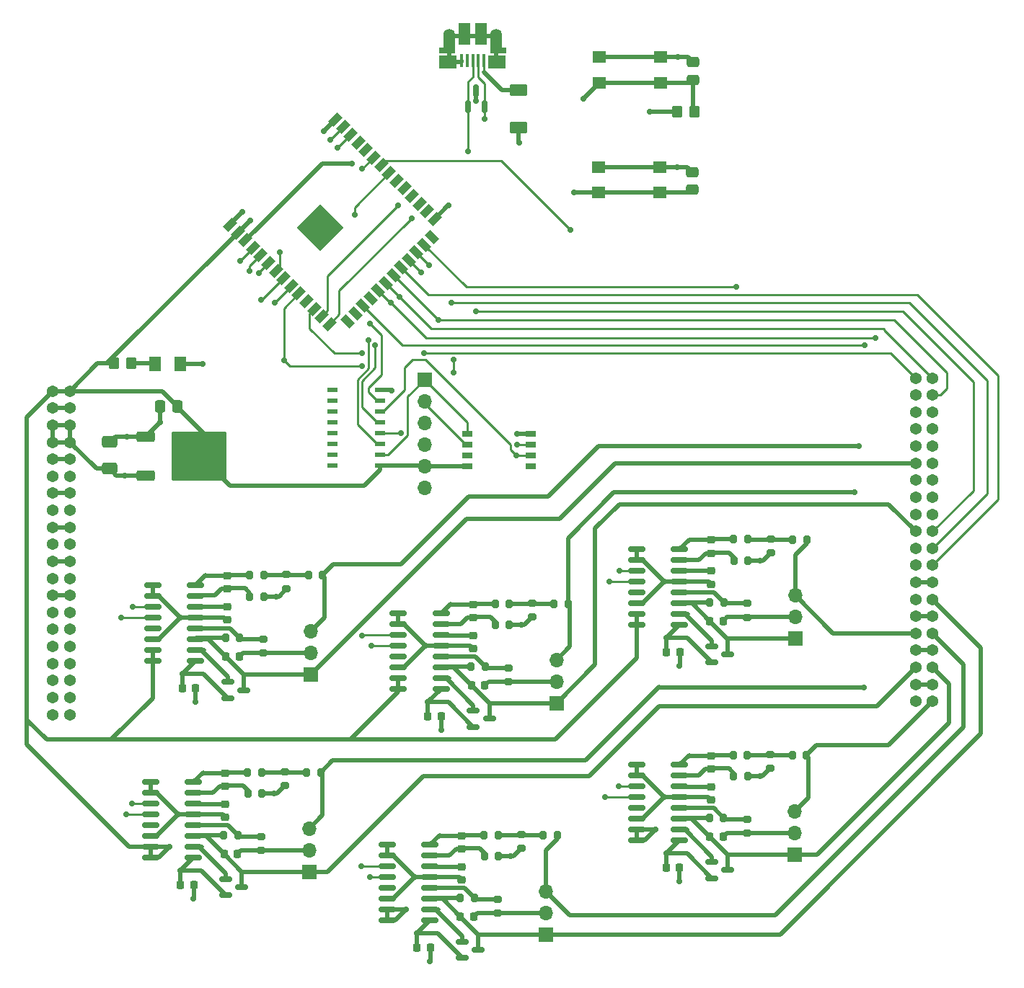
<source format=gbr>
%TF.GenerationSoftware,KiCad,Pcbnew,7.0.7*%
%TF.CreationDate,2024-02-25T10:58:22-08:00*%
%TF.ProjectId,Core-board 2,436f7265-2d62-46f6-9172-6420322e6b69,rev?*%
%TF.SameCoordinates,Original*%
%TF.FileFunction,Copper,L1,Top*%
%TF.FilePolarity,Positive*%
%FSLAX46Y46*%
G04 Gerber Fmt 4.6, Leading zero omitted, Abs format (unit mm)*
G04 Created by KiCad (PCBNEW 7.0.7) date 2024-02-25 10:58:22*
%MOMM*%
%LPD*%
G01*
G04 APERTURE LIST*
G04 Aperture macros list*
%AMRoundRect*
0 Rectangle with rounded corners*
0 $1 Rounding radius*
0 $2 $3 $4 $5 $6 $7 $8 $9 X,Y pos of 4 corners*
0 Add a 4 corners polygon primitive as box body*
4,1,4,$2,$3,$4,$5,$6,$7,$8,$9,$2,$3,0*
0 Add four circle primitives for the rounded corners*
1,1,$1+$1,$2,$3*
1,1,$1+$1,$4,$5*
1,1,$1+$1,$6,$7*
1,1,$1+$1,$8,$9*
0 Add four rect primitives between the rounded corners*
20,1,$1+$1,$2,$3,$4,$5,0*
20,1,$1+$1,$4,$5,$6,$7,0*
20,1,$1+$1,$6,$7,$8,$9,0*
20,1,$1+$1,$8,$9,$2,$3,0*%
%AMRotRect*
0 Rectangle, with rotation*
0 The origin of the aperture is its center*
0 $1 length*
0 $2 width*
0 $3 Rotation angle, in degrees counterclockwise*
0 Add horizontal line*
21,1,$1,$2,0,0,$3*%
G04 Aperture macros list end*
%TA.AperFunction,SMDPad,CuDef*%
%ADD10RoundRect,0.200000X0.275000X-0.200000X0.275000X0.200000X-0.275000X0.200000X-0.275000X-0.200000X0*%
%TD*%
%TA.AperFunction,SMDPad,CuDef*%
%ADD11RoundRect,0.200000X0.200000X0.275000X-0.200000X0.275000X-0.200000X-0.275000X0.200000X-0.275000X0*%
%TD*%
%TA.AperFunction,SMDPad,CuDef*%
%ADD12RoundRect,0.225000X0.250000X-0.225000X0.250000X0.225000X-0.250000X0.225000X-0.250000X-0.225000X0*%
%TD*%
%TA.AperFunction,SMDPad,CuDef*%
%ADD13RoundRect,0.150000X-0.587500X-0.150000X0.587500X-0.150000X0.587500X0.150000X-0.587500X0.150000X0*%
%TD*%
%TA.AperFunction,SMDPad,CuDef*%
%ADD14RoundRect,0.200000X-0.200000X-0.275000X0.200000X-0.275000X0.200000X0.275000X-0.200000X0.275000X0*%
%TD*%
%TA.AperFunction,SMDPad,CuDef*%
%ADD15RoundRect,0.150000X0.150000X-0.587500X0.150000X0.587500X-0.150000X0.587500X-0.150000X-0.587500X0*%
%TD*%
%TA.AperFunction,SMDPad,CuDef*%
%ADD16RoundRect,0.250000X0.475000X-0.337500X0.475000X0.337500X-0.475000X0.337500X-0.475000X-0.337500X0*%
%TD*%
%TA.AperFunction,ComponentPad*%
%ADD17R,1.700000X1.700000*%
%TD*%
%TA.AperFunction,ComponentPad*%
%ADD18O,1.700000X1.700000*%
%TD*%
%TA.AperFunction,SMDPad,CuDef*%
%ADD19RoundRect,0.250001X0.462499X0.624999X-0.462499X0.624999X-0.462499X-0.624999X0.462499X-0.624999X0*%
%TD*%
%TA.AperFunction,SMDPad,CuDef*%
%ADD20RoundRect,0.225000X0.225000X0.250000X-0.225000X0.250000X-0.225000X-0.250000X0.225000X-0.250000X0*%
%TD*%
%TA.AperFunction,SMDPad,CuDef*%
%ADD21RoundRect,0.150000X0.850000X0.150000X-0.850000X0.150000X-0.850000X-0.150000X0.850000X-0.150000X0*%
%TD*%
%TA.AperFunction,SMDPad,CuDef*%
%ADD22RotRect,1.500000X0.900000X45.000000*%
%TD*%
%TA.AperFunction,SMDPad,CuDef*%
%ADD23RotRect,1.500000X0.900000X225.000000*%
%TD*%
%TA.AperFunction,SMDPad,CuDef*%
%ADD24RotRect,1.500000X0.900000X315.000000*%
%TD*%
%TA.AperFunction,HeatsinkPad*%
%ADD25C,0.600000*%
%TD*%
%TA.AperFunction,SMDPad,CuDef*%
%ADD26RotRect,3.900000X3.900000X315.000000*%
%TD*%
%TA.AperFunction,SMDPad,CuDef*%
%ADD27RoundRect,0.250000X0.337500X0.475000X-0.337500X0.475000X-0.337500X-0.475000X0.337500X-0.475000X0*%
%TD*%
%TA.AperFunction,SMDPad,CuDef*%
%ADD28RoundRect,0.250000X0.650000X-0.412500X0.650000X0.412500X-0.650000X0.412500X-0.650000X-0.412500X0*%
%TD*%
%TA.AperFunction,SMDPad,CuDef*%
%ADD29R,0.400000X1.650000*%
%TD*%
%TA.AperFunction,SMDPad,CuDef*%
%ADD30R,1.825000X0.700000*%
%TD*%
%TA.AperFunction,SMDPad,CuDef*%
%ADD31R,2.000000X1.500000*%
%TD*%
%TA.AperFunction,SMDPad,CuDef*%
%ADD32R,1.350000X2.000000*%
%TD*%
%TA.AperFunction,ComponentPad*%
%ADD33O,1.350000X1.700000*%
%TD*%
%TA.AperFunction,ComponentPad*%
%ADD34O,1.100000X1.500000*%
%TD*%
%TA.AperFunction,SMDPad,CuDef*%
%ADD35R,1.430000X2.500000*%
%TD*%
%TA.AperFunction,ComponentPad*%
%ADD36C,1.371600*%
%TD*%
%TA.AperFunction,SMDPad,CuDef*%
%ADD37R,1.600000X1.400000*%
%TD*%
%TA.AperFunction,SMDPad,CuDef*%
%ADD38RoundRect,0.049600X0.555400X0.260400X-0.555400X0.260400X-0.555400X-0.260400X0.555400X-0.260400X0*%
%TD*%
%TA.AperFunction,SMDPad,CuDef*%
%ADD39RoundRect,0.250000X-0.850000X-0.350000X0.850000X-0.350000X0.850000X0.350000X-0.850000X0.350000X0*%
%TD*%
%TA.AperFunction,SMDPad,CuDef*%
%ADD40RoundRect,0.250000X-1.275000X-1.125000X1.275000X-1.125000X1.275000X1.125000X-1.275000X1.125000X0*%
%TD*%
%TA.AperFunction,SMDPad,CuDef*%
%ADD41RoundRect,0.249997X-2.950003X-2.650003X2.950003X-2.650003X2.950003X2.650003X-2.950003X2.650003X0*%
%TD*%
%TA.AperFunction,SMDPad,CuDef*%
%ADD42RoundRect,0.250000X0.800000X-0.450000X0.800000X0.450000X-0.800000X0.450000X-0.800000X-0.450000X0*%
%TD*%
%TA.AperFunction,SMDPad,CuDef*%
%ADD43RoundRect,0.250000X0.350000X0.450000X-0.350000X0.450000X-0.350000X-0.450000X0.350000X-0.450000X0*%
%TD*%
%TA.AperFunction,SMDPad,CuDef*%
%ADD44RoundRect,0.250000X-0.350000X-0.450000X0.350000X-0.450000X0.350000X0.450000X-0.350000X0.450000X0*%
%TD*%
%TA.AperFunction,SMDPad,CuDef*%
%ADD45R,1.200000X0.600000*%
%TD*%
%TA.AperFunction,ViaPad*%
%ADD46C,0.711200*%
%TD*%
%TA.AperFunction,Conductor*%
%ADD47C,0.508000*%
%TD*%
%TA.AperFunction,Conductor*%
%ADD48C,0.254000*%
%TD*%
G04 APERTURE END LIST*
D10*
%TO.P,R44,1*%
%TO.N,GND*%
X133615000Y-127525000D03*
%TO.P,R44,2*%
%TO.N,Net-(R27-Pad2)*%
X133615000Y-125875000D03*
%TD*%
D11*
%TO.P,R47,1*%
%TO.N,/HX2_A+*%
X139132500Y-98795000D03*
%TO.P,R47,2*%
%TO.N,Net-(R35-Pad2)*%
X137482500Y-98795000D03*
%TD*%
D12*
%TO.P,C19,1*%
%TO.N,Net-(U5-INA-)*%
X126640000Y-127575000D03*
%TO.P,C19,2*%
%TO.N,Net-(U5-INA+)*%
X126640000Y-126025000D03*
%TD*%
D13*
%TO.P,Q5,1,B*%
%TO.N,Net-(Q5-B)*%
X156010000Y-103785000D03*
%TO.P,Q5,2,E*%
%TO.N,+5V*%
X156010000Y-105685000D03*
%TO.P,Q5,3,C*%
%TO.N,/HX3_E+*%
X157885000Y-104735000D03*
%TD*%
D10*
%TO.P,R38,1*%
%TO.N,GND*%
X132132500Y-107965000D03*
%TO.P,R38,2*%
%TO.N,Net-(U2-VFB)*%
X132132500Y-106315000D03*
%TD*%
D12*
%TO.P,C20,1*%
%TO.N,GND*%
X126640000Y-131225000D03*
%TO.P,C20,2*%
%TO.N,Net-(U5-VBG)*%
X126640000Y-129675000D03*
%TD*%
D13*
%TO.P,Q1,1,B*%
%TO.N,Net-(Q1-B)*%
X155990000Y-129125000D03*
%TO.P,Q1,2,E*%
%TO.N,+5V*%
X155990000Y-131025000D03*
%TO.P,Q1,3,C*%
%TO.N,/HX6_E+*%
X157865000Y-130075000D03*
%TD*%
D14*
%TO.P,R27,1*%
%TO.N,Net-(U5-INA+)*%
X129265000Y-125950000D03*
%TO.P,R27,2*%
%TO.N,Net-(R27-Pad2)*%
X130915000Y-125950000D03*
%TD*%
%TO.P,R31,1*%
%TO.N,Net-(U3-INA+)*%
X158560000Y-91225000D03*
%TO.P,R31,2*%
%TO.N,Net-(R31-Pad2)*%
X160210000Y-91225000D03*
%TD*%
D13*
%TO.P,Q2,1,B*%
%TO.N,Net-(Q2-B)*%
X99182500Y-107977000D03*
%TO.P,Q2,2,E*%
%TO.N,+5V*%
X99182500Y-109877000D03*
%TO.P,Q2,3,C*%
%TO.N,/HX1_E+*%
X101057500Y-108927000D03*
%TD*%
D11*
%TO.P,R39,1*%
%TO.N,/HX6_A+*%
X167115000Y-116570000D03*
%TO.P,R39,2*%
%TO.N,Net-(R13-Pad2)*%
X165465000Y-116570000D03*
%TD*%
D14*
%TO.P,R24,1*%
%TO.N,Net-(U4-INA-)*%
X101525000Y-121090000D03*
%TO.P,R24,2*%
%TO.N,GND*%
X103175000Y-121090000D03*
%TD*%
D12*
%TO.P,C27,1*%
%TO.N,Net-(U2-INA-)*%
X127932500Y-100415000D03*
%TO.P,C27,2*%
%TO.N,Net-(U2-INA+)*%
X127932500Y-98865000D03*
%TD*%
D11*
%TO.P,R37,1*%
%TO.N,Net-(U2-VFB)*%
X129407500Y-106190000D03*
%TO.P,R37,2*%
%TO.N,/HX2_E+*%
X127757500Y-106190000D03*
%TD*%
D15*
%TO.P,D1,1,K*%
%TO.N,/ESP32-S3-WROOM-1-Breakout/USB_D+*%
X127400000Y-40375000D03*
%TO.P,D1,2,K*%
%TO.N,/ESP32-S3-WROOM-1-Breakout/USB_D-*%
X129300000Y-40375000D03*
%TO.P,D1,3,A*%
%TO.N,GND*%
X128350000Y-38500000D03*
%TD*%
D14*
%TO.P,R23,1*%
%TO.N,Net-(U4-INA+)*%
X101500000Y-118590000D03*
%TO.P,R23,2*%
%TO.N,Net-(R23-Pad2)*%
X103150000Y-118590000D03*
%TD*%
D16*
%TO.P,C9,1*%
%TO.N,/ESP32-S3-WROOM-1-Breakout/BOOT*%
X153700000Y-50137500D03*
%TO.P,C9,2*%
%TO.N,GND*%
X153700000Y-48062500D03*
%TD*%
D17*
%TO.P,J9,1,Pin_1*%
%TO.N,/HX2_E+*%
X137782500Y-110465000D03*
D18*
%TO.P,J9,2,Pin_2*%
%TO.N,GND*%
X137782500Y-107925000D03*
%TO.P,J9,3,Pin_3*%
%TO.N,/HX2_A+*%
X137782500Y-105385000D03*
%TD*%
D19*
%TO.P,D3,1,K*%
%TO.N,GND*%
X93600000Y-70600000D03*
%TO.P,D3,2,A*%
%TO.N,Net-(D3-A)*%
X90625000Y-70600000D03*
%TD*%
D20*
%TO.P,C14,1*%
%TO.N,GND*%
X95175000Y-131850000D03*
%TO.P,C14,2*%
%TO.N,+5V*%
X93625000Y-131850000D03*
%TD*%
D10*
%TO.P,R42,1*%
%TO.N,GND*%
X105850000Y-120165000D03*
%TO.P,R42,2*%
%TO.N,Net-(R23-Pad2)*%
X105850000Y-118515000D03*
%TD*%
D21*
%TO.P,U4,1,VSUP*%
%TO.N,+5V*%
X95150000Y-128635000D03*
%TO.P,U4,2,BASE*%
%TO.N,Net-(Q3-B)*%
X95150000Y-127365000D03*
%TO.P,U4,3,AVDD*%
%TO.N,/HX4_E+*%
X95150000Y-126095000D03*
%TO.P,U4,4,VFB*%
%TO.N,Net-(U4-VFB)*%
X95150000Y-124825000D03*
%TO.P,U4,5,AGND*%
%TO.N,GND*%
X95150000Y-123555000D03*
%TO.P,U4,6,VBG*%
%TO.N,Net-(U4-VBG)*%
X95150000Y-122285000D03*
%TO.P,U4,7,INA-*%
%TO.N,Net-(U4-INA-)*%
X95150000Y-121015000D03*
%TO.P,U4,8,INA+*%
%TO.N,Net-(U4-INA+)*%
X95150000Y-119745000D03*
%TO.P,U4,9,INB-*%
%TO.N,GND*%
X90150000Y-119745000D03*
%TO.P,U4,10,INB+*%
X90150000Y-121015000D03*
%TO.P,U4,11,PD_SCK*%
%TO.N,/HX_CLK*%
X90150000Y-122285000D03*
%TO.P,U4,12,DOUT*%
%TO.N,/HX4_DT*%
X90150000Y-123555000D03*
%TO.P,U4,13,XO*%
%TO.N,unconnected-(U4-XO-Pad13)*%
X90150000Y-124825000D03*
%TO.P,U4,14,XI*%
%TO.N,GND*%
X90150000Y-126095000D03*
%TO.P,U4,15,RATE*%
%TO.N,+3.3V*%
X90150000Y-127365000D03*
%TO.P,U4,16,DVDD*%
X90150000Y-128635000D03*
%TD*%
D14*
%TO.P,R35,1*%
%TO.N,Net-(U2-INA+)*%
X130557500Y-98790000D03*
%TO.P,R35,2*%
%TO.N,Net-(R35-Pad2)*%
X132207500Y-98790000D03*
%TD*%
D22*
%TO.P,U10,1,GND*%
%TO.N,GND*%
X99434713Y-54267660D03*
%TO.P,U10,2,3V3*%
%TO.N,+3.3V*%
X100332739Y-55165685D03*
%TO.P,U10,3,EN*%
%TO.N,/ESP32-S3-WROOM-1-Breakout/EN*%
X101230764Y-56063711D03*
%TO.P,U10,4,IO4*%
%TO.N,/HX1_DT*%
X102128790Y-56961737D03*
%TO.P,U10,5,IO5*%
%TO.N,/HX2_DT*%
X103026815Y-57859762D03*
%TO.P,U10,6,IO6*%
%TO.N,/HX3_DT*%
X103924841Y-58757788D03*
%TO.P,U10,7,IO7*%
%TO.N,/HX4_DT*%
X104822867Y-59655813D03*
%TO.P,U10,8,IO15*%
%TO.N,/HX5_DT*%
X105720892Y-60553839D03*
%TO.P,U10,9,IO16*%
%TO.N,/HX6_DT*%
X106618918Y-61451865D03*
%TO.P,U10,10,IO17*%
%TO.N,/HX_CLK*%
X107516944Y-62349890D03*
%TO.P,U10,11,IO18*%
%TO.N,/ESP32-S3-WROOM-1-Breakout/IO18*%
X108414969Y-63247916D03*
%TO.P,U10,12,IO8*%
%TO.N,/I2C_SDA*%
X109312995Y-64145941D03*
%TO.P,U10,13,IO19*%
%TO.N,/ESP32-S3-WROOM-1-Breakout/USB_D-*%
X110211020Y-65043967D03*
D23*
%TO.P,U10,14,IO20*%
%TO.N,/ESP32-S3-WROOM-1-Breakout/USB_D+*%
X111109046Y-65941993D03*
D24*
%TO.P,U10,15,IO3*%
%TO.N,unconnected-(U10-IO3-Pad15)*%
X113240973Y-65577833D03*
%TO.P,U10,16,IO46*%
%TO.N,unconnected-(U10-IO46-Pad16)*%
X114138999Y-64679807D03*
%TO.P,U10,17,IO9*%
%TO.N,/I2C_SCL*%
X115037024Y-63781781D03*
%TO.P,U10,18,IO10*%
%TO.N,/ESP32-S3-WROOM-1-Breakout/IO10*%
X115935050Y-62883756D03*
%TO.P,U10,19,IO11*%
%TO.N,/SPI_MOSI*%
X116833075Y-61985730D03*
%TO.P,U10,20,IO12*%
%TO.N,/SPI_CLK*%
X117731101Y-61087705D03*
%TO.P,U10,21,IO13*%
%TO.N,/SPI_MISO*%
X118629127Y-60189679D03*
%TO.P,U10,22,IO14*%
%TO.N,/PYRO4EN*%
X119527152Y-59291653D03*
%TO.P,U10,23,IO21*%
%TO.N,/PYRO3EN*%
X120425178Y-58393628D03*
%TO.P,U10,24,IO47*%
%TO.N,/PYRO2EN*%
X121323203Y-57495602D03*
%TO.P,U10,25,IO48*%
%TO.N,/PYRO1EN*%
X122221229Y-56597577D03*
%TO.P,U10,26,IO45*%
%TO.N,unconnected-(U10-IO45-Pad26)*%
X123119255Y-55699551D03*
D22*
%TO.P,U10,27,IO0*%
%TO.N,/ESP32-S3-WROOM-1-Breakout/BOOT*%
X123483415Y-53567624D03*
%TO.P,U10,28,IO35*%
%TO.N,unconnected-(U10-IO35-Pad28)*%
X122585389Y-52669598D03*
%TO.P,U10,29,IO36*%
%TO.N,unconnected-(U10-IO36-Pad29)*%
X121687363Y-51771573D03*
%TO.P,U10,30,IO37*%
%TO.N,unconnected-(U10-IO37-Pad30)*%
X120789338Y-50873547D03*
%TO.P,U10,31,IO38*%
%TO.N,/ESP32-S3-WROOM-1-Breakout/IO38*%
X119891312Y-49975522D03*
%TO.P,U10,32,IO39*%
%TO.N,/ESP32-S3-WROOM-1-Breakout/IO39*%
X118993287Y-49077496D03*
%TO.P,U10,33,IO40*%
%TO.N,/SD_CS*%
X118095261Y-48179470D03*
%TO.P,U10,34,IO41*%
%TO.N,/TC4_CS*%
X117197235Y-47281445D03*
%TO.P,U10,35,IO42*%
%TO.N,/TC3_CS*%
X116299210Y-46383419D03*
%TO.P,U10,36,RXD0*%
%TO.N,unconnected-(U10-RXD0-Pad36)*%
X115401184Y-45485393D03*
%TO.P,U10,37,TXD0*%
%TO.N,unconnected-(U10-TXD0-Pad37)*%
X114503159Y-44587368D03*
%TO.P,U10,38,IO2*%
%TO.N,/TC2_CS*%
X113605133Y-43689342D03*
%TO.P,U10,39,IO1*%
%TO.N,/TC1_CS*%
X112707107Y-42791317D03*
%TO.P,U10,40,GND__1*%
%TO.N,GND*%
X111809082Y-41893291D03*
D25*
%TO.P,U10,41,GND__2*%
X108535177Y-55094975D03*
X109525127Y-56084924D03*
X108535177Y-54105025D03*
X109525127Y-55094975D03*
X110515076Y-56084924D03*
X109525127Y-54105025D03*
D26*
X110020102Y-54600000D03*
D25*
X110515076Y-55094975D03*
X109525127Y-53115076D03*
X110515076Y-54105025D03*
X111505026Y-55094975D03*
X110515076Y-53115076D03*
X111505026Y-54105025D03*
%TD*%
D12*
%TO.P,C4,1*%
%TO.N,GND*%
X155915000Y-121840000D03*
%TO.P,C4,2*%
%TO.N,Net-(U6-VBG)*%
X155915000Y-120290000D03*
%TD*%
D20*
%TO.P,C5,1*%
%TO.N,GND*%
X100507500Y-105017000D03*
%TO.P,C5,2*%
%TO.N,/HX1_E+*%
X98957500Y-105017000D03*
%TD*%
%TO.P,C25,1*%
%TO.N,GND*%
X129332500Y-108390000D03*
%TO.P,C25,2*%
%TO.N,/HX2_E+*%
X127782500Y-108390000D03*
%TD*%
%TO.P,C22,1*%
%TO.N,GND*%
X152235000Y-104485000D03*
%TO.P,C22,2*%
%TO.N,+5V*%
X150685000Y-104485000D03*
%TD*%
%TO.P,C6,1*%
%TO.N,GND*%
X95407500Y-108677000D03*
%TO.P,C6,2*%
%TO.N,+5V*%
X93857500Y-108677000D03*
%TD*%
D27*
%TO.P,C12,1*%
%TO.N,+3.3V*%
X93287500Y-75600000D03*
%TO.P,C12,2*%
%TO.N,GND*%
X91212500Y-75600000D03*
%TD*%
D20*
%TO.P,C17,1*%
%TO.N,GND*%
X128040000Y-135550000D03*
%TO.P,C17,2*%
%TO.N,/HX5_E+*%
X126490000Y-135550000D03*
%TD*%
D12*
%TO.P,C23,1*%
%TO.N,Net-(U3-INA-)*%
X155935000Y-92850000D03*
%TO.P,C23,2*%
%TO.N,Net-(U3-INA+)*%
X155935000Y-91300000D03*
%TD*%
D28*
%TO.P,C11,1*%
%TO.N,+5V*%
X85300000Y-82912500D03*
%TO.P,C11,2*%
%TO.N,GND*%
X85300000Y-79787500D03*
%TD*%
D14*
%TO.P,R28,1*%
%TO.N,Net-(U5-INA-)*%
X129290000Y-128450000D03*
%TO.P,R28,2*%
%TO.N,GND*%
X130940000Y-128450000D03*
%TD*%
D20*
%TO.P,C21,1*%
%TO.N,GND*%
X157335000Y-100825000D03*
%TO.P,C21,2*%
%TO.N,/HX3_E+*%
X155785000Y-100825000D03*
%TD*%
D16*
%TO.P,C10,1*%
%TO.N,/ESP32-S3-WROOM-1-Breakout/EN*%
X153800000Y-37250000D03*
%TO.P,C10,2*%
%TO.N,GND*%
X153800000Y-35175000D03*
%TD*%
D11*
%TO.P,R1,1*%
%TO.N,/HX1_A+*%
X110307500Y-95422000D03*
%TO.P,R1,2*%
%TO.N,Net-(R1-Pad2)*%
X108657500Y-95422000D03*
%TD*%
%TO.P,R33,1*%
%TO.N,Net-(U3-VFB)*%
X157410000Y-98625000D03*
%TO.P,R33,2*%
%TO.N,/HX3_E+*%
X155760000Y-98625000D03*
%TD*%
D17*
%TO.P,J8,1,Pin_1*%
%TO.N,/HX3_E+*%
X165785000Y-102900000D03*
D18*
%TO.P,J8,2,Pin_2*%
%TO.N,GND*%
X165785000Y-100360000D03*
%TO.P,J8,3,Pin_3*%
%TO.N,/HX3_A+*%
X165785000Y-97820000D03*
%TD*%
D29*
%TO.P,J3,1,VBUS*%
%TO.N,Net-(D2-A)*%
X129250000Y-35000000D03*
%TO.P,J3,2,D-*%
%TO.N,/ESP32-S3-WROOM-1-Breakout/USB_D-*%
X128600000Y-35000000D03*
%TO.P,J3,3,D+*%
%TO.N,/ESP32-S3-WROOM-1-Breakout/USB_D+*%
X127950000Y-35000000D03*
%TO.P,J3,4,ID*%
%TO.N,unconnected-(J3-ID-Pad4)*%
X127300000Y-35000000D03*
%TO.P,J3,5,GND*%
%TO.N,GND*%
X126650000Y-35000000D03*
D30*
%TO.P,J3,6,Shield*%
X130900000Y-33800000D03*
D31*
X130800000Y-35100000D03*
D32*
X130680000Y-33050000D03*
D33*
X130680000Y-32120000D03*
D34*
X130370000Y-35120000D03*
D35*
X128910000Y-31850000D03*
X126990000Y-31850000D03*
D34*
X125530000Y-35120000D03*
D33*
X125220000Y-32120000D03*
D32*
X125200000Y-33050000D03*
D31*
X125050000Y-35120000D03*
D30*
X124950000Y-33800000D03*
%TD*%
D36*
%TO.P,J1,A1,Pin_1*%
%TO.N,+3.3V*%
X78650000Y-73800000D03*
%TO.P,J1,A2,Pin_2*%
X80650000Y-73800000D03*
%TO.P,J1,A3,Pin_3*%
%TO.N,GND*%
X78650000Y-75800000D03*
%TO.P,J1,A4,Pin_4*%
X80650000Y-75800000D03*
%TO.P,J1,A5,Pin_5*%
%TO.N,+5V*%
X78650000Y-77800000D03*
%TO.P,J1,A6,Pin_6*%
X80650000Y-77800000D03*
%TO.P,J1,A7,Pin_7*%
X78650000Y-79800000D03*
%TO.P,J1,A8,Pin_8*%
X80650000Y-79800000D03*
%TO.P,J1,A9,Pin_9*%
%TO.N,GND*%
X78650000Y-81800000D03*
%TO.P,J1,A10,Pin_10*%
X80650000Y-81800000D03*
%TO.P,J1,A11,Pin_11*%
%TO.N,unconnected-(J1A-Pin_11-PadA11)*%
X78650000Y-83800000D03*
%TO.P,J1,A12,Pin_12*%
%TO.N,unconnected-(J1A-Pin_12-PadA12)*%
X80650000Y-83800000D03*
%TO.P,J1,A13,Pin_13*%
%TO.N,GND*%
X78650000Y-85800000D03*
%TO.P,J1,A14,Pin_14*%
X80650000Y-85800000D03*
%TO.P,J1,A15,Pin_15*%
%TO.N,unconnected-(J1A-Pin_15-PadA15)*%
X78650000Y-87800000D03*
%TO.P,J1,A16,Pin_16*%
%TO.N,unconnected-(J1A-Pin_16-PadA16)*%
X80650000Y-87800000D03*
%TO.P,J1,A17,Pin_17*%
%TO.N,GND*%
X78650000Y-89800000D03*
%TO.P,J1,A18,Pin_18*%
X80650000Y-89800000D03*
%TO.P,J1,A19,Pin_19*%
%TO.N,unconnected-(J1A-Pin_19-PadA19)*%
X78650000Y-91800000D03*
%TO.P,J1,A20,Pin_20*%
%TO.N,unconnected-(J1A-Pin_20-PadA20)*%
X80650000Y-91800000D03*
%TO.P,J1,A21,Pin_21*%
%TO.N,GND*%
X78650000Y-93800000D03*
%TO.P,J1,A22,Pin_22*%
X80650000Y-93800000D03*
%TO.P,J1,A23,Pin_23*%
%TO.N,unconnected-(J1A-Pin_23-PadA23)*%
X78650000Y-95800000D03*
%TO.P,J1,A24,Pin_24*%
%TO.N,unconnected-(J1A-Pin_24-PadA24)*%
X80650000Y-95800000D03*
%TO.P,J1,A25,Pin_25*%
%TO.N,GND*%
X78650000Y-97800000D03*
%TO.P,J1,A26,Pin_26*%
X80650000Y-97800000D03*
%TO.P,J1,A27,Pin_27*%
%TO.N,unconnected-(J1A-Pin_27-PadA27)*%
X78650000Y-99800000D03*
%TO.P,J1,A28,Pin_28*%
%TO.N,unconnected-(J1A-Pin_28-PadA28)*%
X80650000Y-99800000D03*
%TO.P,J1,A29,Pin_29*%
%TO.N,unconnected-(J1A-Pin_29-PadA29)*%
X78650000Y-101800000D03*
%TO.P,J1,A30,Pin_30*%
%TO.N,unconnected-(J1A-Pin_30-PadA30)*%
X80650000Y-101800000D03*
%TO.P,J1,A31,Pin_31*%
%TO.N,unconnected-(J1A-Pin_31-PadA31)*%
X78650000Y-103800000D03*
%TO.P,J1,A32,Pin_32*%
%TO.N,unconnected-(J1A-Pin_32-PadA32)*%
X80650000Y-103800000D03*
%TO.P,J1,A33,Pin_33*%
%TO.N,unconnected-(J1A-Pin_33-PadA33)*%
X78650000Y-105799900D03*
%TO.P,J1,A34,Pin_34*%
%TO.N,unconnected-(J1A-Pin_34-PadA34)*%
X80650000Y-105799900D03*
%TO.P,J1,A35,Pin_35*%
%TO.N,unconnected-(J1A-Pin_35-PadA35)*%
X78650000Y-107799900D03*
%TO.P,J1,A36,Pin_36*%
%TO.N,unconnected-(J1A-Pin_36-PadA36)*%
X80650000Y-107799900D03*
%TO.P,J1,A37,Pin_37*%
%TO.N,unconnected-(J1A-Pin_37-PadA37)*%
X78650000Y-109799900D03*
%TO.P,J1,A38,Pin_38*%
%TO.N,unconnected-(J1A-Pin_38-PadA38)*%
X80650000Y-109799900D03*
%TO.P,J1,A39,Pin_39*%
%TO.N,unconnected-(J1A-Pin_39-PadA39)*%
X78650000Y-111799900D03*
%TO.P,J1,A40,Pin_40*%
%TO.N,unconnected-(J1A-Pin_40-PadA40)*%
X80650000Y-111799900D03*
%TO.P,J1,B1,Pin_1*%
%TO.N,/I2C_SDA*%
X179920000Y-72263169D03*
%TO.P,J1,B2,Pin_2*%
%TO.N,/SPI_CLK*%
X181920000Y-72263169D03*
%TO.P,J1,B3,Pin_3*%
%TO.N,/I2C_SCL*%
X179920000Y-74263169D03*
%TO.P,J1,B4,Pin_4*%
%TO.N,/SPI_MISO*%
X181920000Y-74263169D03*
%TO.P,J1,B5,Pin_5*%
%TO.N,GND*%
X179920000Y-76263169D03*
%TO.P,J1,B6,Pin_6*%
%TO.N,/SPI_MOSI*%
X181920000Y-76263169D03*
%TO.P,J1,B7,Pin_7*%
%TO.N,/PYRO1EN*%
X179920000Y-78263169D03*
%TO.P,J1,B8,Pin_8*%
%TO.N,GND*%
X181920000Y-78263169D03*
%TO.P,J1,B9,Pin_9*%
X179920000Y-80263069D03*
%TO.P,J1,B10,Pin_10*%
%TO.N,/TC1_CS*%
X181920000Y-80263069D03*
%TO.P,J1,B11,Pin_11*%
%TO.N,/HX1_E+*%
X179920000Y-82263069D03*
%TO.P,J1,B12,Pin_12*%
%TO.N,/TC2_CS*%
X181920000Y-82263069D03*
%TO.P,J1,B13,Pin_13*%
%TO.N,GND*%
X179920000Y-84263069D03*
%TO.P,J1,B14,Pin_14*%
%TO.N,/TC3_CS*%
X181920000Y-84263069D03*
%TO.P,J1,B15,Pin_15*%
%TO.N,/HX1_A+*%
X179920000Y-86263069D03*
%TO.P,J1,B16,Pin_16*%
%TO.N,/TC4_CS*%
X181920000Y-86263069D03*
%TO.P,J1,B17,Pin_17*%
%TO.N,GND*%
X179920000Y-88263069D03*
%TO.P,J1,B18,Pin_18*%
X181920000Y-88263069D03*
%TO.P,J1,B19,Pin_19*%
%TO.N,/HX2_E+*%
X179920000Y-90263069D03*
%TO.P,J1,B20,Pin_20*%
%TO.N,/PYRO2EN*%
X181920000Y-90263069D03*
%TO.P,J1,B21,Pin_21*%
%TO.N,GND*%
X179920000Y-92263069D03*
%TO.P,J1,B22,Pin_22*%
%TO.N,/PYRO3EN*%
X181920000Y-92263069D03*
%TO.P,J1,B23,Pin_23*%
%TO.N,/HX2_A+*%
X179920000Y-94263069D03*
%TO.P,J1,B24,Pin_24*%
%TO.N,/PYRO4EN*%
X181920000Y-94263069D03*
%TO.P,J1,B25,Pin_25*%
%TO.N,GND*%
X179920000Y-96263069D03*
%TO.P,J1,B26,Pin_26*%
X181920000Y-96263069D03*
%TO.P,J1,B27,Pin_27*%
%TO.N,/HX3_E+*%
X179920000Y-98263069D03*
%TO.P,J1,B28,Pin_28*%
%TO.N,/HX5_E+*%
X181920000Y-98263069D03*
%TO.P,J1,B29,Pin_29*%
%TO.N,GND*%
X179920000Y-100263069D03*
%TO.P,J1,B30,Pin_30*%
X181920000Y-100263069D03*
%TO.P,J1,B31,Pin_31*%
%TO.N,/HX3_A+*%
X179920000Y-102263069D03*
%TO.P,J1,B32,Pin_32*%
%TO.N,/HX5_A+*%
X181920000Y-102263069D03*
%TO.P,J1,B33,Pin_33*%
%TO.N,GND*%
X179920000Y-104263069D03*
%TO.P,J1,B34,Pin_34*%
X181920000Y-104263069D03*
%TO.P,J1,B35,Pin_35*%
%TO.N,/HX4_E+*%
X179920000Y-106263069D03*
%TO.P,J1,B36,Pin_36*%
%TO.N,/HX6_E+*%
X181920000Y-106263069D03*
%TO.P,J1,B37,Pin_37*%
%TO.N,GND*%
X179920000Y-108263069D03*
%TO.P,J1,B38,Pin_38*%
X181920000Y-108263069D03*
%TO.P,J1,B39,Pin_39*%
%TO.N,/HX4_A+*%
X179920000Y-110263069D03*
%TO.P,J1,B40,Pin_40*%
%TO.N,/HX6_A+*%
X181920000Y-110263069D03*
%TD*%
D10*
%TO.P,R30,1*%
%TO.N,GND*%
X130840000Y-135125000D03*
%TO.P,R30,2*%
%TO.N,Net-(U5-VFB)*%
X130840000Y-133475000D03*
%TD*%
D12*
%TO.P,C15,1*%
%TO.N,Net-(U4-INA-)*%
X98875000Y-120215000D03*
%TO.P,C15,2*%
%TO.N,Net-(U4-INA+)*%
X98875000Y-118665000D03*
%TD*%
%TO.P,C28,1*%
%TO.N,GND*%
X127932500Y-104065000D03*
%TO.P,C28,2*%
%TO.N,Net-(U2-VBG)*%
X127932500Y-102515000D03*
%TD*%
D20*
%TO.P,C26,1*%
%TO.N,GND*%
X124232500Y-112050000D03*
%TO.P,C26,2*%
%TO.N,+5V*%
X122682500Y-112050000D03*
%TD*%
D10*
%TO.P,R16,1*%
%TO.N,GND*%
X160115000Y-125740000D03*
%TO.P,R16,2*%
%TO.N,Net-(U6-VFB)*%
X160115000Y-124090000D03*
%TD*%
D11*
%TO.P,R25,1*%
%TO.N,Net-(U4-VFB)*%
X100350000Y-125990000D03*
%TO.P,R25,2*%
%TO.N,/HX4_E+*%
X98700000Y-125990000D03*
%TD*%
D17*
%TO.P,J5,1,Pin_1*%
%TO.N,/HX1_E+*%
X108957500Y-107092000D03*
D18*
%TO.P,J5,2,Pin_2*%
%TO.N,GND*%
X108957500Y-104552000D03*
%TO.P,J5,3,Pin_3*%
%TO.N,/HX1_A+*%
X108957500Y-102012000D03*
%TD*%
D20*
%TO.P,C2,1*%
%TO.N,GND*%
X152215000Y-129825000D03*
%TO.P,C2,2*%
%TO.N,+5V*%
X150665000Y-129825000D03*
%TD*%
D13*
%TO.P,Q3,1,B*%
%TO.N,Net-(Q3-B)*%
X98950000Y-131150000D03*
%TO.P,Q3,2,E*%
%TO.N,+5V*%
X98950000Y-133050000D03*
%TO.P,Q3,3,C*%
%TO.N,/HX4_E+*%
X100825000Y-132100000D03*
%TD*%
D21*
%TO.P,U5,1,VSUP*%
%TO.N,+5V*%
X122915000Y-135995000D03*
%TO.P,U5,2,BASE*%
%TO.N,Net-(Q4-B)*%
X122915000Y-134725000D03*
%TO.P,U5,3,AVDD*%
%TO.N,/HX5_E+*%
X122915000Y-133455000D03*
%TO.P,U5,4,VFB*%
%TO.N,Net-(U5-VFB)*%
X122915000Y-132185000D03*
%TO.P,U5,5,AGND*%
%TO.N,GND*%
X122915000Y-130915000D03*
%TO.P,U5,6,VBG*%
%TO.N,Net-(U5-VBG)*%
X122915000Y-129645000D03*
%TO.P,U5,7,INA-*%
%TO.N,Net-(U5-INA-)*%
X122915000Y-128375000D03*
%TO.P,U5,8,INA+*%
%TO.N,Net-(U5-INA+)*%
X122915000Y-127105000D03*
%TO.P,U5,9,INB-*%
%TO.N,GND*%
X117915000Y-127105000D03*
%TO.P,U5,10,INB+*%
X117915000Y-128375000D03*
%TO.P,U5,11,PD_SCK*%
%TO.N,/HX_CLK*%
X117915000Y-129645000D03*
%TO.P,U5,12,DOUT*%
%TO.N,/HX5_DT*%
X117915000Y-130915000D03*
%TO.P,U5,13,XO*%
%TO.N,unconnected-(U5-XO-Pad13)*%
X117915000Y-132185000D03*
%TO.P,U5,14,XI*%
%TO.N,GND*%
X117915000Y-133455000D03*
%TO.P,U5,15,RATE*%
%TO.N,+3.3V*%
X117915000Y-134725000D03*
%TO.P,U5,16,DVDD*%
X117915000Y-135995000D03*
%TD*%
D11*
%TO.P,R15,1*%
%TO.N,Net-(U6-VFB)*%
X157390000Y-123965000D03*
%TO.P,R15,2*%
%TO.N,/HX6_E+*%
X155740000Y-123965000D03*
%TD*%
D14*
%TO.P,R36,1*%
%TO.N,Net-(U2-INA-)*%
X130582500Y-101290000D03*
%TO.P,R36,2*%
%TO.N,GND*%
X132232500Y-101290000D03*
%TD*%
D21*
%TO.P,U2,1,VSUP*%
%TO.N,+5V*%
X124207500Y-108835000D03*
%TO.P,U2,2,BASE*%
%TO.N,Net-(Q6-B)*%
X124207500Y-107565000D03*
%TO.P,U2,3,AVDD*%
%TO.N,/HX2_E+*%
X124207500Y-106295000D03*
%TO.P,U2,4,VFB*%
%TO.N,Net-(U2-VFB)*%
X124207500Y-105025000D03*
%TO.P,U2,5,AGND*%
%TO.N,GND*%
X124207500Y-103755000D03*
%TO.P,U2,6,VBG*%
%TO.N,Net-(U2-VBG)*%
X124207500Y-102485000D03*
%TO.P,U2,7,INA-*%
%TO.N,Net-(U2-INA-)*%
X124207500Y-101215000D03*
%TO.P,U2,8,INA+*%
%TO.N,Net-(U2-INA+)*%
X124207500Y-99945000D03*
%TO.P,U2,9,INB-*%
%TO.N,GND*%
X119207500Y-99945000D03*
%TO.P,U2,10,INB+*%
X119207500Y-101215000D03*
%TO.P,U2,11,PD_SCK*%
%TO.N,/HX_CLK*%
X119207500Y-102485000D03*
%TO.P,U2,12,DOUT*%
%TO.N,/HX2_DT*%
X119207500Y-103755000D03*
%TO.P,U2,13,XO*%
%TO.N,unconnected-(U2-XO-Pad13)*%
X119207500Y-105025000D03*
%TO.P,U2,14,XI*%
%TO.N,GND*%
X119207500Y-106295000D03*
%TO.P,U2,15,RATE*%
%TO.N,+3.3V*%
X119207500Y-107565000D03*
%TO.P,U2,16,DVDD*%
X119207500Y-108835000D03*
%TD*%
D20*
%TO.P,C18,1*%
%TO.N,GND*%
X122940000Y-139210000D03*
%TO.P,C18,2*%
%TO.N,+5V*%
X121390000Y-139210000D03*
%TD*%
D11*
%TO.P,R29,1*%
%TO.N,Net-(U5-VFB)*%
X128115000Y-133350000D03*
%TO.P,R29,2*%
%TO.N,/HX5_E+*%
X126465000Y-133350000D03*
%TD*%
D14*
%TO.P,R13,1*%
%TO.N,Net-(U6-INA+)*%
X158540000Y-116565000D03*
%TO.P,R13,2*%
%TO.N,Net-(R13-Pad2)*%
X160190000Y-116565000D03*
%TD*%
D37*
%TO.P,SW1,1,1*%
%TO.N,GND*%
X142700000Y-47500000D03*
X149900000Y-47500000D03*
%TO.P,SW1,2,2*%
%TO.N,/ESP32-S3-WROOM-1-Breakout/BOOT*%
X142700000Y-50500000D03*
X149900000Y-50500000D03*
%TD*%
D17*
%TO.P,J7,1,Pin_1*%
%TO.N,/HX5_E+*%
X136490000Y-137625000D03*
D18*
%TO.P,J7,2,Pin_2*%
%TO.N,GND*%
X136490000Y-135085000D03*
%TO.P,J7,3,Pin_3*%
%TO.N,/HX5_A+*%
X136490000Y-132545000D03*
%TD*%
D17*
%TO.P,J4,1,Pin_1*%
%TO.N,/SPI_MOSI_BUF*%
X122300000Y-72450000D03*
D18*
%TO.P,J4,2,Pin_2*%
%TO.N,/SPI_MISO*%
X122300000Y-74990000D03*
%TO.P,J4,3,Pin_3*%
%TO.N,/SPI_CLK_BUF*%
X122300000Y-77530000D03*
%TO.P,J4,4,Pin_4*%
%TO.N,/SD_CS_BUF*%
X122300000Y-80070000D03*
%TO.P,J4,5,Pin_5*%
%TO.N,+3.3V*%
X122300000Y-82610000D03*
%TO.P,J4,6,Pin_6*%
%TO.N,GND*%
X122300000Y-85150000D03*
%TD*%
D14*
%TO.P,R32,1*%
%TO.N,Net-(U3-INA-)*%
X158585000Y-93725000D03*
%TO.P,R32,2*%
%TO.N,GND*%
X160235000Y-93725000D03*
%TD*%
D10*
%TO.P,R20,1*%
%TO.N,GND*%
X103307500Y-104592000D03*
%TO.P,R20,2*%
%TO.N,Net-(U1-VFB)*%
X103307500Y-102942000D03*
%TD*%
%TO.P,R34,1*%
%TO.N,GND*%
X160135000Y-100400000D03*
%TO.P,R34,2*%
%TO.N,Net-(U3-VFB)*%
X160135000Y-98750000D03*
%TD*%
D12*
%TO.P,C7,1*%
%TO.N,Net-(U1-INA-)*%
X99107500Y-97042000D03*
%TO.P,C7,2*%
%TO.N,Net-(U1-INA+)*%
X99107500Y-95492000D03*
%TD*%
D10*
%TO.P,R26,1*%
%TO.N,GND*%
X103075000Y-127765000D03*
%TO.P,R26,2*%
%TO.N,Net-(U4-VFB)*%
X103075000Y-126115000D03*
%TD*%
D38*
%TO.P,U7,1,SD2/NC*%
%TO.N,unconnected-(U7-SD2{slash}NC-Pad1)*%
X134790000Y-82615000D03*
%TO.P,U7,2,SD3/~{CS}*%
%TO.N,/SD_CS_BUF*%
X134790000Y-81345000D03*
%TO.P,U7,3,CLK*%
%TO.N,/SPI_CLK_BUF*%
X134790000Y-80075000D03*
%TO.P,U7,4,VSS*%
%TO.N,GND*%
X134790000Y-78805000D03*
%TO.P,U7,5,CMD/DI*%
%TO.N,/SPI_MOSI_BUF*%
X127300000Y-78805000D03*
%TO.P,U7,6,SD0/DO*%
%TO.N,/SPI_MISO*%
X127300000Y-80075000D03*
%TO.P,U7,7,SD1/NC*%
%TO.N,unconnected-(U7-SD1{slash}NC-Pad7)*%
X127300000Y-81345000D03*
%TO.P,U7,8,VDD*%
%TO.N,+3.3V*%
X127300000Y-82615000D03*
%TD*%
D14*
%TO.P,R18,1*%
%TO.N,Net-(U1-INA-)*%
X101757500Y-97917000D03*
%TO.P,R18,2*%
%TO.N,GND*%
X103407500Y-97917000D03*
%TD*%
D17*
%TO.P,J2,1,Pin_1*%
%TO.N,/HX6_E+*%
X165765000Y-128240000D03*
D18*
%TO.P,J2,2,Pin_2*%
%TO.N,GND*%
X165765000Y-125700000D03*
%TO.P,J2,3,Pin_3*%
%TO.N,/HX6_A+*%
X165765000Y-123160000D03*
%TD*%
D11*
%TO.P,R41,1*%
%TO.N,/HX4_A+*%
X110075000Y-118595000D03*
%TO.P,R41,2*%
%TO.N,Net-(R23-Pad2)*%
X108425000Y-118595000D03*
%TD*%
D13*
%TO.P,Q6,1,B*%
%TO.N,Net-(Q6-B)*%
X128007500Y-111350000D03*
%TO.P,Q6,2,E*%
%TO.N,+5V*%
X128007500Y-113250000D03*
%TO.P,Q6,3,C*%
%TO.N,/HX2_E+*%
X129882500Y-112300000D03*
%TD*%
D10*
%TO.P,R46,1*%
%TO.N,GND*%
X162910000Y-92800000D03*
%TO.P,R46,2*%
%TO.N,Net-(R31-Pad2)*%
X162910000Y-91150000D03*
%TD*%
D39*
%TO.P,U9,1,GND*%
%TO.N,GND*%
X89525000Y-79145000D03*
D40*
%TO.P,U9,2,VO*%
%TO.N,+3.3V*%
X94150000Y-79900000D03*
X94150000Y-82950000D03*
D41*
X95825000Y-81425000D03*
D40*
X97500000Y-79900000D03*
X97500000Y-82950000D03*
D39*
%TO.P,U9,3,VI*%
%TO.N,+5V*%
X89525000Y-83705000D03*
%TD*%
D13*
%TO.P,Q4,1,B*%
%TO.N,Net-(Q4-B)*%
X126715000Y-138510000D03*
%TO.P,Q4,2,E*%
%TO.N,+5V*%
X126715000Y-140410000D03*
%TO.P,Q4,3,C*%
%TO.N,/HX5_E+*%
X128590000Y-139460000D03*
%TD*%
D11*
%TO.P,R45,1*%
%TO.N,/HX3_A+*%
X167135000Y-91230000D03*
%TO.P,R45,2*%
%TO.N,Net-(R31-Pad2)*%
X165485000Y-91230000D03*
%TD*%
%TO.P,R19,1*%
%TO.N,Net-(U1-VFB)*%
X100582500Y-102817000D03*
%TO.P,R19,2*%
%TO.N,/HX1_E+*%
X98932500Y-102817000D03*
%TD*%
D14*
%TO.P,R14,1*%
%TO.N,Net-(U6-INA-)*%
X158565000Y-119065000D03*
%TO.P,R14,2*%
%TO.N,GND*%
X160215000Y-119065000D03*
%TD*%
D21*
%TO.P,U3,1,VSUP*%
%TO.N,+5V*%
X152210000Y-101270000D03*
%TO.P,U3,2,BASE*%
%TO.N,Net-(Q5-B)*%
X152210000Y-100000000D03*
%TO.P,U3,3,AVDD*%
%TO.N,/HX3_E+*%
X152210000Y-98730000D03*
%TO.P,U3,4,VFB*%
%TO.N,Net-(U3-VFB)*%
X152210000Y-97460000D03*
%TO.P,U3,5,AGND*%
%TO.N,GND*%
X152210000Y-96190000D03*
%TO.P,U3,6,VBG*%
%TO.N,Net-(U3-VBG)*%
X152210000Y-94920000D03*
%TO.P,U3,7,INA-*%
%TO.N,Net-(U3-INA-)*%
X152210000Y-93650000D03*
%TO.P,U3,8,INA+*%
%TO.N,Net-(U3-INA+)*%
X152210000Y-92380000D03*
%TO.P,U3,9,INB-*%
%TO.N,GND*%
X147210000Y-92380000D03*
%TO.P,U3,10,INB+*%
X147210000Y-93650000D03*
%TO.P,U3,11,PD_SCK*%
%TO.N,/HX_CLK*%
X147210000Y-94920000D03*
%TO.P,U3,12,DOUT*%
%TO.N,/HX3_DT*%
X147210000Y-96190000D03*
%TO.P,U3,13,XO*%
%TO.N,unconnected-(U3-XO-Pad13)*%
X147210000Y-97460000D03*
%TO.P,U3,14,XI*%
%TO.N,GND*%
X147210000Y-98730000D03*
%TO.P,U3,15,RATE*%
%TO.N,+3.3V*%
X147210000Y-100000000D03*
%TO.P,U3,16,DVDD*%
X147210000Y-101270000D03*
%TD*%
D42*
%TO.P,D2,1,K*%
%TO.N,+5V*%
X133350000Y-42850000D03*
%TO.P,D2,2,A*%
%TO.N,Net-(D2-A)*%
X133350000Y-38450000D03*
%TD*%
D10*
%TO.P,R4,1*%
%TO.N,GND*%
X106082500Y-96992000D03*
%TO.P,R4,2*%
%TO.N,Net-(R1-Pad2)*%
X106082500Y-95342000D03*
%TD*%
D21*
%TO.P,U6,1,VSUP*%
%TO.N,+5V*%
X152190000Y-126610000D03*
%TO.P,U6,2,BASE*%
%TO.N,Net-(Q1-B)*%
X152190000Y-125340000D03*
%TO.P,U6,3,AVDD*%
%TO.N,/HX6_E+*%
X152190000Y-124070000D03*
%TO.P,U6,4,VFB*%
%TO.N,Net-(U6-VFB)*%
X152190000Y-122800000D03*
%TO.P,U6,5,AGND*%
%TO.N,GND*%
X152190000Y-121530000D03*
%TO.P,U6,6,VBG*%
%TO.N,Net-(U6-VBG)*%
X152190000Y-120260000D03*
%TO.P,U6,7,INA-*%
%TO.N,Net-(U6-INA-)*%
X152190000Y-118990000D03*
%TO.P,U6,8,INA+*%
%TO.N,Net-(U6-INA+)*%
X152190000Y-117720000D03*
%TO.P,U6,9,INB-*%
%TO.N,GND*%
X147190000Y-117720000D03*
%TO.P,U6,10,INB+*%
X147190000Y-118990000D03*
%TO.P,U6,11,PD_SCK*%
%TO.N,/HX_CLK*%
X147190000Y-120260000D03*
%TO.P,U6,12,DOUT*%
%TO.N,/HX6_DT*%
X147190000Y-121530000D03*
%TO.P,U6,13,XO*%
%TO.N,unconnected-(U6-XO-Pad13)*%
X147190000Y-122800000D03*
%TO.P,U6,14,XI*%
%TO.N,GND*%
X147190000Y-124070000D03*
%TO.P,U6,15,RATE*%
%TO.N,+3.3V*%
X147190000Y-125340000D03*
%TO.P,U6,16,DVDD*%
X147190000Y-126610000D03*
%TD*%
D10*
%TO.P,R48,1*%
%TO.N,GND*%
X134907500Y-100365000D03*
%TO.P,R48,2*%
%TO.N,Net-(R35-Pad2)*%
X134907500Y-98715000D03*
%TD*%
D12*
%TO.P,C3,1*%
%TO.N,Net-(U6-INA-)*%
X155915000Y-118190000D03*
%TO.P,C3,2*%
%TO.N,Net-(U6-INA+)*%
X155915000Y-116640000D03*
%TD*%
D17*
%TO.P,J6,1,Pin_1*%
%TO.N,/HX4_E+*%
X108725000Y-130265000D03*
D18*
%TO.P,J6,2,Pin_2*%
%TO.N,GND*%
X108725000Y-127725000D03*
%TO.P,J6,3,Pin_3*%
%TO.N,/HX4_A+*%
X108725000Y-125185000D03*
%TD*%
D14*
%TO.P,R17,1*%
%TO.N,Net-(U1-INA+)*%
X101732500Y-95417000D03*
%TO.P,R17,2*%
%TO.N,Net-(R1-Pad2)*%
X103382500Y-95417000D03*
%TD*%
D12*
%TO.P,C24,1*%
%TO.N,GND*%
X155935000Y-96500000D03*
%TO.P,C24,2*%
%TO.N,Net-(U3-VBG)*%
X155935000Y-94950000D03*
%TD*%
D43*
%TO.P,R22,1*%
%TO.N,Net-(D3-A)*%
X87812500Y-70550000D03*
%TO.P,R22,2*%
%TO.N,+3.3V*%
X85812500Y-70550000D03*
%TD*%
D12*
%TO.P,C16,1*%
%TO.N,GND*%
X98875000Y-123865000D03*
%TO.P,C16,2*%
%TO.N,Net-(U4-VBG)*%
X98875000Y-122315000D03*
%TD*%
D20*
%TO.P,C1,1*%
%TO.N,GND*%
X157315000Y-126165000D03*
%TO.P,C1,2*%
%TO.N,/HX6_E+*%
X155765000Y-126165000D03*
%TD*%
D44*
%TO.P,R21,1*%
%TO.N,+3.3V*%
X151950000Y-40950000D03*
%TO.P,R21,2*%
%TO.N,/ESP32-S3-WROOM-1-Breakout/EN*%
X153950000Y-40950000D03*
%TD*%
D12*
%TO.P,C8,1*%
%TO.N,GND*%
X99107500Y-100692000D03*
%TO.P,C8,2*%
%TO.N,Net-(U1-VBG)*%
X99107500Y-99142000D03*
%TD*%
D21*
%TO.P,U1,1,VSUP*%
%TO.N,+5V*%
X95382500Y-105462000D03*
%TO.P,U1,2,BASE*%
%TO.N,Net-(Q2-B)*%
X95382500Y-104192000D03*
%TO.P,U1,3,AVDD*%
%TO.N,/HX1_E+*%
X95382500Y-102922000D03*
%TO.P,U1,4,VFB*%
%TO.N,Net-(U1-VFB)*%
X95382500Y-101652000D03*
%TO.P,U1,5,AGND*%
%TO.N,GND*%
X95382500Y-100382000D03*
%TO.P,U1,6,VBG*%
%TO.N,Net-(U1-VBG)*%
X95382500Y-99112000D03*
%TO.P,U1,7,INA-*%
%TO.N,Net-(U1-INA-)*%
X95382500Y-97842000D03*
%TO.P,U1,8,INA+*%
%TO.N,Net-(U1-INA+)*%
X95382500Y-96572000D03*
%TO.P,U1,9,INB-*%
%TO.N,GND*%
X90382500Y-96572000D03*
%TO.P,U1,10,INB+*%
X90382500Y-97842000D03*
%TO.P,U1,11,PD_SCK*%
%TO.N,/HX_CLK*%
X90382500Y-99112000D03*
%TO.P,U1,12,DOUT*%
%TO.N,/HX1_DT*%
X90382500Y-100382000D03*
%TO.P,U1,13,XO*%
%TO.N,unconnected-(U1-XO-Pad13)*%
X90382500Y-101652000D03*
%TO.P,U1,14,XI*%
%TO.N,GND*%
X90382500Y-102922000D03*
%TO.P,U1,15,RATE*%
%TO.N,+3.3V*%
X90382500Y-104192000D03*
%TO.P,U1,16,DVDD*%
X90382500Y-105462000D03*
%TD*%
D20*
%TO.P,C13,1*%
%TO.N,GND*%
X100275000Y-128190000D03*
%TO.P,C13,2*%
%TO.N,/HX4_E+*%
X98725000Y-128190000D03*
%TD*%
D45*
%TO.P,U8,1,VCC*%
%TO.N,+3.3V*%
X117050000Y-82585000D03*
%TO.P,U8,2,1Y*%
%TO.N,/SPI_MOSI_BUF*%
X117050000Y-81315000D03*
%TO.P,U8,3,1A*%
%TO.N,/SPI_MOSI*%
X117050000Y-80045000D03*
%TO.P,U8,4,2Y*%
%TO.N,/SPI_CLK_BUF*%
X117050000Y-78775000D03*
%TO.P,U8,5,2A*%
%TO.N,/SPI_CLK*%
X117050000Y-77505000D03*
%TO.P,U8,6,3Y*%
%TO.N,/SD_CS_BUF*%
X117050000Y-76235000D03*
%TO.P,U8,7,3A*%
%TO.N,/SD_CS*%
X117050000Y-74965000D03*
%TO.P,U8,8,GND*%
%TO.N,GND*%
X117050000Y-73695000D03*
%TO.P,U8,9,4A*%
%TO.N,unconnected-(U8-4A-Pad9)*%
X111450000Y-73695000D03*
%TO.P,U8,10,4Y*%
%TO.N,unconnected-(U8-4Y-Pad10)*%
X111450000Y-74965000D03*
%TO.P,U8,11,5A*%
%TO.N,unconnected-(U8-5A-Pad11)*%
X111450000Y-76235000D03*
%TO.P,U8,12,5Y*%
%TO.N,unconnected-(U8-5Y-Pad12)*%
X111450000Y-77505000D03*
%TO.P,U8,13,NC@1*%
%TO.N,unconnected-(U8-NC@1-Pad13)*%
X111450000Y-78775000D03*
%TO.P,U8,14,6A*%
%TO.N,unconnected-(U8-6A-Pad14)*%
X111450000Y-80045000D03*
%TO.P,U8,15,6Y*%
%TO.N,unconnected-(U8-6Y-Pad15)*%
X111450000Y-81315000D03*
%TO.P,U8,16,NC@2*%
%TO.N,unconnected-(U8-NC@2-Pad16)*%
X111450000Y-82585000D03*
%TD*%
D37*
%TO.P,SW2,1,1*%
%TO.N,GND*%
X142800000Y-34550000D03*
X150000000Y-34550000D03*
%TO.P,SW2,2,2*%
%TO.N,/ESP32-S3-WROOM-1-Breakout/EN*%
X142800000Y-37550000D03*
X150000000Y-37550000D03*
%TD*%
D10*
%TO.P,R40,1*%
%TO.N,GND*%
X162890000Y-118140000D03*
%TO.P,R40,2*%
%TO.N,Net-(R13-Pad2)*%
X162890000Y-116490000D03*
%TD*%
D11*
%TO.P,R43,1*%
%TO.N,/HX5_A+*%
X137840000Y-125955000D03*
%TO.P,R43,2*%
%TO.N,Net-(R27-Pad2)*%
X136190000Y-125955000D03*
%TD*%
D46*
%TO.N,GND*%
X91212500Y-77457500D03*
X161640000Y-119065000D03*
X133100000Y-78815000D03*
X150410553Y-96190000D03*
X96187500Y-70625000D03*
X152190000Y-131425000D03*
X122915000Y-140810000D03*
X93350553Y-123555000D03*
X95150000Y-133450000D03*
X121115553Y-130915000D03*
X124207500Y-113650000D03*
X133657500Y-101290000D03*
X110452373Y-43250000D03*
X152210000Y-106085000D03*
X104832500Y-97917000D03*
X132365000Y-128450000D03*
X87375000Y-79145000D03*
X95382500Y-110277000D03*
X100900000Y-52750000D03*
X150390553Y-121530000D03*
X152000000Y-34550000D03*
X104600000Y-121090000D03*
X93583053Y-100382000D03*
X128350000Y-39700000D03*
X161660000Y-93725000D03*
X118400000Y-73700000D03*
X122408053Y-103755000D03*
X151950000Y-47500000D03*
%TO.N,/ESP32-S3-WROOM-1-Breakout/BOOT*%
X139850000Y-50500000D03*
X125100000Y-52000000D03*
%TO.N,/ESP32-S3-WROOM-1-Breakout/EN*%
X113750000Y-47050000D03*
X140900000Y-39450000D03*
%TO.N,/ESP32-S3-WROOM-1-Breakout/USB_D+*%
X127400000Y-45650000D03*
X120750000Y-53500000D03*
%TO.N,/ESP32-S3-WROOM-1-Breakout/USB_D-*%
X119200000Y-51950000D03*
X129300000Y-41850000D03*
%TO.N,+5V*%
X93857500Y-106987000D03*
X150665000Y-128135000D03*
X87075000Y-83705000D03*
X150685000Y-102795000D03*
X133400000Y-44650000D03*
X121390000Y-137520000D03*
X93625000Y-130160000D03*
X122682500Y-110360000D03*
%TO.N,+3.3V*%
X149380000Y-125340000D03*
X120105000Y-134725000D03*
X148750000Y-40950000D03*
X92340000Y-127365000D03*
X101800000Y-53750000D03*
%TO.N,/I2C_SDA*%
X122250000Y-69350000D03*
X114900000Y-69350000D03*
%TO.N,/SPI_CLK*%
X119350000Y-62700000D03*
X116422700Y-68450000D03*
%TO.N,/I2C_SCL*%
X173950000Y-68450000D03*
%TO.N,/SPI_MISO*%
X125650000Y-70086100D03*
X125650000Y-71650000D03*
X123889448Y-65450000D03*
%TO.N,/SPI_MOSI*%
X175200000Y-67550000D03*
X118300000Y-63400000D03*
X115674936Y-67840493D03*
%TO.N,/PYRO1EN*%
X158900000Y-61550000D03*
%TO.N,/TC1_CS*%
X111248424Y-44250000D03*
%TO.N,/TC2_CS*%
X112050000Y-45250000D03*
%TO.N,/TC3_CS*%
X114950000Y-47700000D03*
%TO.N,/HX1_A+*%
X173250000Y-80300000D03*
%TO.N,/TC4_CS*%
X139400000Y-54900000D03*
%TO.N,/PYRO2EN*%
X122827601Y-59000000D03*
X128300000Y-64450000D03*
%TO.N,/PYRO3EN*%
X125431550Y-63400000D03*
X121900000Y-59850000D03*
%TO.N,/HX2_A+*%
X172800000Y-85700000D03*
%TO.N,/HX4_A+*%
X173850000Y-108650000D03*
%TO.N,/SPI_CLK_BUF*%
X119521998Y-78736998D03*
X133100000Y-80065000D03*
%TO.N,/SD_CS_BUF*%
X133020000Y-81345000D03*
%TO.N,/SD_CS*%
X115900000Y-65900000D03*
X114050000Y-53100000D03*
%TO.N,/HX_CLK*%
X87950000Y-122285000D03*
X88050000Y-99112000D03*
X145150000Y-94920000D03*
X114900000Y-102500000D03*
X145100000Y-120260000D03*
X105750000Y-70150000D03*
X114950000Y-70850000D03*
X114850000Y-129645000D03*
%TO.N,/HX6_DT*%
X104700000Y-63450000D03*
X143500000Y-121500000D03*
%TO.N,/HX1_DT*%
X86650000Y-100400000D03*
X100600000Y-58500000D03*
%TO.N,/HX2_DT*%
X101750000Y-59700000D03*
X116050000Y-103755000D03*
%TO.N,/HX3_DT*%
X144000000Y-96200000D03*
X102850000Y-59950000D03*
%TO.N,/HX4_DT*%
X87250000Y-123555000D03*
X105250000Y-57450000D03*
%TO.N,/HX5_DT*%
X115850000Y-130915000D03*
X103050000Y-63100000D03*
%TD*%
D47*
%TO.N,GND*%
X126592000Y-35116000D02*
X126592000Y-35000000D01*
X147870553Y-98730000D02*
X150410553Y-96190000D01*
X90810553Y-121015000D02*
X90150000Y-121015000D01*
X150390553Y-121530000D02*
X147850553Y-118990000D01*
X91212500Y-75600000D02*
X91212500Y-77457500D01*
X130680000Y-32120000D02*
X130680000Y-34810000D01*
X134790000Y-78805000D02*
X133110000Y-78805000D01*
X161985000Y-93725000D02*
X161660000Y-93725000D01*
X78650000Y-75800000D02*
X80650000Y-75800000D01*
X122940000Y-139210000D02*
X122940000Y-140785000D01*
X78650000Y-89800000D02*
X80650000Y-89800000D01*
X105157500Y-97917000D02*
X106082500Y-96992000D01*
X147190000Y-124070000D02*
X147850553Y-124070000D01*
X117050000Y-73695000D02*
X118395000Y-73695000D01*
X149900000Y-47500000D02*
X153137500Y-47500000D01*
X91212500Y-77457500D02*
X89525000Y-79145000D01*
X153175000Y-34550000D02*
X153800000Y-35175000D01*
X142800000Y-34550000D02*
X150000000Y-34550000D01*
X147210000Y-93650000D02*
X147210000Y-92380000D01*
X133982500Y-101290000D02*
X134907500Y-100365000D01*
X153137500Y-47500000D02*
X153700000Y-48062500D01*
X126588000Y-35120000D02*
X126592000Y-35116000D01*
X179920000Y-108263069D02*
X181920000Y-108263069D01*
X100740000Y-127725000D02*
X108725000Y-127725000D01*
X100507500Y-105017000D02*
X100972500Y-104552000D01*
X96162500Y-70600000D02*
X96187500Y-70625000D01*
X91043053Y-102922000D02*
X93583053Y-100382000D01*
X125200000Y-33050000D02*
X125200000Y-34790000D01*
X117915000Y-128375000D02*
X117915000Y-127105000D01*
X125530000Y-35120000D02*
X126588000Y-35120000D01*
X152210000Y-96190000D02*
X155625000Y-96190000D01*
X152235000Y-106060000D02*
X152210000Y-106085000D01*
X157335000Y-100825000D02*
X157800000Y-100360000D01*
X90150000Y-126095000D02*
X90810553Y-126095000D01*
X99434713Y-54267660D02*
X99434713Y-54215287D01*
X128505000Y-135085000D02*
X136490000Y-135085000D01*
X100275000Y-128190000D02*
X100740000Y-127725000D01*
X93600000Y-70600000D02*
X96162500Y-70600000D01*
X142700000Y-47500000D02*
X149900000Y-47500000D01*
X161985000Y-93725000D02*
X162910000Y-92800000D01*
X118395000Y-73695000D02*
X118400000Y-73700000D01*
X105157500Y-97917000D02*
X104832500Y-97917000D01*
X78650000Y-81800000D02*
X80650000Y-81800000D01*
X155605000Y-121530000D02*
X155915000Y-121840000D01*
X157780000Y-125700000D02*
X165765000Y-125700000D01*
X85942500Y-79145000D02*
X85300000Y-79787500D01*
X119207500Y-101215000D02*
X119207500Y-99945000D01*
X78650000Y-85800000D02*
X80650000Y-85800000D01*
X152235000Y-104485000D02*
X152235000Y-106060000D01*
X91043053Y-97842000D02*
X90382500Y-97842000D01*
X160215000Y-119065000D02*
X161640000Y-119065000D01*
X90150000Y-121015000D02*
X90150000Y-119745000D01*
X128040000Y-135550000D02*
X128505000Y-135085000D01*
X89525000Y-79145000D02*
X85942500Y-79145000D01*
X95382500Y-100382000D02*
X98797500Y-100382000D01*
X124232500Y-113625000D02*
X124207500Y-113650000D01*
X150000000Y-34550000D02*
X153175000Y-34550000D01*
X147870553Y-93650000D02*
X147210000Y-93650000D01*
X126330000Y-130915000D02*
X126640000Y-131225000D01*
X130680000Y-34810000D02*
X130370000Y-35120000D01*
X124207500Y-103755000D02*
X127622500Y-103755000D01*
X161965000Y-119065000D02*
X161640000Y-119065000D01*
X78650000Y-97800000D02*
X80650000Y-97800000D01*
X152215000Y-129825000D02*
X152215000Y-131400000D01*
X90382500Y-97842000D02*
X90382500Y-96572000D01*
X129332500Y-108390000D02*
X129797500Y-107925000D01*
X104925000Y-121090000D02*
X105850000Y-120165000D01*
X98797500Y-100382000D02*
X99107500Y-100692000D01*
X125220000Y-32120000D02*
X130680000Y-32120000D01*
X147850553Y-118990000D02*
X147190000Y-118990000D01*
X95175000Y-131850000D02*
X95175000Y-133425000D01*
X93350553Y-123555000D02*
X90810553Y-121015000D01*
X130940000Y-128450000D02*
X132365000Y-128450000D01*
X152215000Y-131400000D02*
X152190000Y-131425000D01*
X99434713Y-54215287D02*
X100900000Y-52750000D01*
X122915000Y-130915000D02*
X121115553Y-130915000D01*
X103175000Y-121090000D02*
X104600000Y-121090000D01*
X122408053Y-103755000D02*
X119868053Y-101215000D01*
X150410553Y-96190000D02*
X147870553Y-93650000D01*
X90382500Y-102922000D02*
X91043053Y-102922000D01*
X179920000Y-100263069D02*
X181920000Y-100263069D01*
X122915000Y-130915000D02*
X126330000Y-130915000D01*
X95150000Y-123555000D02*
X98565000Y-123555000D01*
X93583053Y-100382000D02*
X91043053Y-97842000D01*
X103407500Y-97917000D02*
X104832500Y-97917000D01*
X95150000Y-123555000D02*
X93350553Y-123555000D01*
X152190000Y-121530000D02*
X155605000Y-121530000D01*
X160235000Y-93725000D02*
X161660000Y-93725000D01*
X124207500Y-103755000D02*
X122408053Y-103755000D01*
X122940000Y-140785000D02*
X122915000Y-140810000D01*
X125200000Y-34790000D02*
X125530000Y-35120000D01*
X119207500Y-106295000D02*
X119868053Y-106295000D01*
X157315000Y-126165000D02*
X157780000Y-125700000D01*
X98565000Y-123555000D02*
X98875000Y-123865000D01*
X157800000Y-100360000D02*
X165785000Y-100360000D01*
X118575553Y-128375000D02*
X117915000Y-128375000D01*
X128350000Y-38250000D02*
X128350000Y-39700000D01*
X127622500Y-103755000D02*
X127932500Y-104065000D01*
X95407500Y-110252000D02*
X95382500Y-110277000D01*
X147210000Y-98730000D02*
X147870553Y-98730000D01*
X152190000Y-121530000D02*
X150390553Y-121530000D01*
X133110000Y-78805000D02*
X133100000Y-78815000D01*
X90810553Y-126095000D02*
X93350553Y-123555000D01*
X152210000Y-96190000D02*
X150410553Y-96190000D01*
X124232500Y-112050000D02*
X124232500Y-113625000D01*
X104925000Y-121090000D02*
X104600000Y-121090000D01*
X129797500Y-107925000D02*
X137782500Y-107925000D01*
X132690000Y-128450000D02*
X132365000Y-128450000D01*
X121115553Y-130915000D02*
X118575553Y-128375000D01*
X119868053Y-101215000D02*
X119207500Y-101215000D01*
X161965000Y-119065000D02*
X162890000Y-118140000D01*
X118575553Y-133455000D02*
X121115553Y-130915000D01*
X100972500Y-104552000D02*
X108957500Y-104552000D01*
X111809082Y-41893291D02*
X110452373Y-43250000D01*
X95382500Y-100382000D02*
X93583053Y-100382000D01*
X179920000Y-96263069D02*
X181920000Y-96263069D01*
X132690000Y-128450000D02*
X133615000Y-127525000D01*
X95175000Y-133425000D02*
X95150000Y-133450000D01*
X78650000Y-93800000D02*
X80650000Y-93800000D01*
X119868053Y-106295000D02*
X122408053Y-103755000D01*
X147850553Y-124070000D02*
X150390553Y-121530000D01*
X95407500Y-108677000D02*
X95407500Y-110252000D01*
X155625000Y-96190000D02*
X155935000Y-96500000D01*
X133982500Y-101290000D02*
X133657500Y-101290000D01*
X147190000Y-118990000D02*
X147190000Y-117720000D01*
X179920000Y-104263069D02*
X181920000Y-104263069D01*
X132232500Y-101290000D02*
X133657500Y-101290000D01*
X117915000Y-133455000D02*
X118575553Y-133455000D01*
%TO.N,/HX6_E+*%
X181920000Y-106263069D02*
X183850000Y-108193069D01*
X183850000Y-112740000D02*
X168350000Y-128240000D01*
X165765000Y-128240000D02*
X168350000Y-128240000D01*
X152295000Y-123965000D02*
X152190000Y-124070000D01*
X152190000Y-124070000D02*
X153670000Y-124070000D01*
X153670000Y-124070000D02*
X155765000Y-126165000D01*
X155765000Y-126165000D02*
X157865000Y-128265000D01*
X157890000Y-128240000D02*
X165765000Y-128240000D01*
X183850000Y-108193069D02*
X183850000Y-112740000D01*
X157865000Y-128265000D02*
X157865000Y-130075000D01*
X157865000Y-128265000D02*
X157890000Y-128240000D01*
X155740000Y-123965000D02*
X152295000Y-123965000D01*
%TO.N,Net-(U3-INA-)*%
X156005000Y-92780000D02*
X155935000Y-92850000D01*
X158585000Y-93725000D02*
X158585000Y-93355000D01*
X158010000Y-92780000D02*
X156005000Y-92780000D01*
X154510000Y-93630000D02*
X152230000Y-93630000D01*
X158585000Y-93355000D02*
X158010000Y-92780000D01*
X155290000Y-92850000D02*
X154510000Y-93630000D01*
X152230000Y-93630000D02*
X152210000Y-93650000D01*
X155935000Y-92850000D02*
X155290000Y-92850000D01*
%TO.N,Net-(U3-INA+)*%
X158560000Y-91225000D02*
X156010000Y-91225000D01*
X153430000Y-91300000D02*
X155935000Y-91300000D01*
X152210000Y-92380000D02*
X153360000Y-91230000D01*
X153360000Y-91230000D02*
X153430000Y-91300000D01*
X156010000Y-91225000D02*
X155935000Y-91300000D01*
%TO.N,Net-(U3-VBG)*%
X155935000Y-94950000D02*
X152240000Y-94950000D01*
X152240000Y-94950000D02*
X152210000Y-94920000D01*
%TO.N,/HX1_E+*%
X138100000Y-88800000D02*
X144636931Y-82263069D01*
X144636931Y-82263069D02*
X179920000Y-82263069D01*
X98932500Y-102817000D02*
X95487500Y-102817000D01*
X127249500Y-88800000D02*
X138100000Y-88800000D01*
X95382500Y-102922000D02*
X96862500Y-102922000D01*
X98957500Y-105017000D02*
X101057500Y-107117000D01*
X108957500Y-107092000D02*
X127249500Y-88800000D01*
X101057500Y-107117000D02*
X101082500Y-107092000D01*
X101082500Y-107092000D02*
X108957500Y-107092000D01*
X101057500Y-107117000D02*
X101057500Y-108927000D01*
X96862500Y-102922000D02*
X98957500Y-105017000D01*
X95487500Y-102817000D02*
X95382500Y-102922000D01*
%TO.N,Net-(U4-INA-)*%
X97450000Y-120995000D02*
X95170000Y-120995000D01*
X100950000Y-120145000D02*
X98945000Y-120145000D01*
X101525000Y-120720000D02*
X100950000Y-120145000D01*
X98230000Y-120215000D02*
X97450000Y-120995000D01*
X95170000Y-120995000D02*
X95150000Y-121015000D01*
X98875000Y-120215000D02*
X98230000Y-120215000D01*
X101525000Y-121090000D02*
X101525000Y-120720000D01*
X98945000Y-120145000D02*
X98875000Y-120215000D01*
%TO.N,Net-(U4-INA+)*%
X95150000Y-119745000D02*
X96300000Y-118595000D01*
X96370000Y-118665000D02*
X98875000Y-118665000D01*
X101500000Y-118590000D02*
X98950000Y-118590000D01*
X96300000Y-118595000D02*
X96370000Y-118665000D01*
X98950000Y-118590000D02*
X98875000Y-118665000D01*
%TO.N,Net-(U4-VBG)*%
X95180000Y-122315000D02*
X95150000Y-122285000D01*
X98875000Y-122315000D02*
X95180000Y-122315000D01*
%TO.N,/ESP32-S3-WROOM-1-Breakout/BOOT*%
X125100000Y-52000000D02*
X125051039Y-52000000D01*
X142700000Y-50500000D02*
X149900000Y-50500000D01*
X153337500Y-50500000D02*
X153700000Y-50137500D01*
X149900000Y-50500000D02*
X153337500Y-50500000D01*
X125051039Y-52000000D02*
X123483415Y-53567624D01*
X142700000Y-50500000D02*
X139850000Y-50500000D01*
%TO.N,/ESP32-S3-WROOM-1-Breakout/EN*%
X150000000Y-37550000D02*
X153500000Y-37550000D01*
X153800000Y-40800000D02*
X153950000Y-40950000D01*
X113750000Y-47050000D02*
X110244475Y-47050000D01*
X153500000Y-37550000D02*
X153800000Y-37250000D01*
X142800000Y-37550000D02*
X140900000Y-39450000D01*
X110244475Y-47050000D02*
X102544475Y-54750000D01*
X153800000Y-37250000D02*
X153800000Y-40800000D01*
X142800000Y-37550000D02*
X150000000Y-37550000D01*
X101230764Y-56063711D02*
X102544475Y-54750000D01*
%TO.N,/HX4_E+*%
X141600000Y-119000000D02*
X149800000Y-110800000D01*
X108725000Y-130265000D02*
X110835000Y-130265000D01*
X110835000Y-130265000D02*
X122100000Y-119000000D01*
X100825000Y-130290000D02*
X100825000Y-132100000D01*
X100850000Y-130265000D02*
X108725000Y-130265000D01*
X96630000Y-126095000D02*
X98725000Y-128190000D01*
X175383069Y-110800000D02*
X179920000Y-106263069D01*
X100825000Y-130290000D02*
X100850000Y-130265000D01*
X95150000Y-126095000D02*
X96630000Y-126095000D01*
X122100000Y-119000000D02*
X141600000Y-119000000D01*
X98725000Y-128190000D02*
X100825000Y-130290000D01*
X98700000Y-125990000D02*
X95255000Y-125990000D01*
X149800000Y-110800000D02*
X175383069Y-110800000D01*
X95255000Y-125990000D02*
X95150000Y-126095000D01*
%TO.N,/HX5_E+*%
X136490000Y-137625000D02*
X164029091Y-137625000D01*
X164029091Y-137625000D02*
X187587833Y-114066258D01*
X128615000Y-137625000D02*
X136490000Y-137625000D01*
X123020000Y-133350000D02*
X122915000Y-133455000D01*
X122915000Y-133455000D02*
X124395000Y-133455000D01*
X187587833Y-114066258D02*
X187587833Y-103930902D01*
X187587833Y-103930902D02*
X181920000Y-98263069D01*
X126465000Y-133350000D02*
X123020000Y-133350000D01*
X124395000Y-133455000D02*
X126490000Y-135550000D01*
X128590000Y-137650000D02*
X128590000Y-139460000D01*
X126490000Y-135550000D02*
X128590000Y-137650000D01*
X128590000Y-137650000D02*
X128615000Y-137625000D01*
%TO.N,/HX3_E+*%
X157910000Y-102900000D02*
X165785000Y-102900000D01*
X157885000Y-102925000D02*
X157885000Y-104735000D01*
X153690000Y-98730000D02*
X155785000Y-100825000D01*
X155785000Y-100825000D02*
X157885000Y-102925000D01*
X152210000Y-98730000D02*
X153690000Y-98730000D01*
X152315000Y-98625000D02*
X152210000Y-98730000D01*
X157885000Y-102925000D02*
X157910000Y-102900000D01*
X155760000Y-98625000D02*
X152315000Y-98625000D01*
%TO.N,/HX2_E+*%
X129907500Y-110465000D02*
X137782500Y-110465000D01*
X176756931Y-87100000D02*
X179920000Y-90263069D01*
X124312500Y-106190000D02*
X124207500Y-106295000D01*
X129882500Y-110490000D02*
X129882500Y-112300000D01*
X129882500Y-110490000D02*
X129907500Y-110465000D01*
X127782500Y-108390000D02*
X129882500Y-110490000D01*
X137782500Y-110465000D02*
X142300000Y-105947500D01*
X127757500Y-106190000D02*
X124312500Y-106190000D01*
X142300000Y-105947500D02*
X142300000Y-89950000D01*
X124207500Y-106295000D02*
X125687500Y-106295000D01*
X125687500Y-106295000D02*
X127782500Y-108390000D01*
X145150000Y-87100000D02*
X176756931Y-87100000D01*
X142300000Y-89950000D02*
X145150000Y-87100000D01*
D48*
%TO.N,/ESP32-S3-WROOM-1-Breakout/USB_D+*%
X127400000Y-37450000D02*
X127400000Y-40375000D01*
X120750000Y-53500000D02*
X112250000Y-62000000D01*
X127950000Y-35000000D02*
X127950000Y-36900000D01*
X127950000Y-36900000D02*
X127400000Y-37450000D01*
X127400000Y-40375000D02*
X127400000Y-45650000D01*
X112250000Y-62000000D02*
X112250000Y-64801039D01*
X112250000Y-64801039D02*
X111109046Y-65941993D01*
%TO.N,/ESP32-S3-WROOM-1-Breakout/USB_D-*%
X128600000Y-35000000D02*
X128600000Y-36950000D01*
X128600000Y-36950000D02*
X129300000Y-37650000D01*
X110900000Y-64354987D02*
X110211020Y-65043967D01*
X110900000Y-60250000D02*
X110900000Y-64354987D01*
X129300000Y-37650000D02*
X129300000Y-40375000D01*
X129300000Y-40375000D02*
X129300000Y-41850000D01*
X119200000Y-51950000D02*
X110900000Y-60250000D01*
D47*
%TO.N,Net-(D2-A)*%
X133350000Y-38450000D02*
X131367000Y-38450000D01*
X131367000Y-38450000D02*
X129250000Y-36333000D01*
D48*
X129250000Y-35000000D02*
X129250000Y-36333000D01*
D47*
%TO.N,Net-(D3-A)*%
X87812500Y-70550000D02*
X90575000Y-70550000D01*
X90575000Y-70550000D02*
X90625000Y-70600000D01*
%TO.N,+5V*%
X133350000Y-44600000D02*
X133400000Y-44650000D01*
X122915000Y-135995000D02*
X121390000Y-137520000D01*
X122682500Y-110360000D02*
X122682500Y-112050000D01*
X83762500Y-82912500D02*
X80650000Y-79800000D01*
X78650000Y-77800000D02*
X80650000Y-77800000D01*
X152210000Y-101270000D02*
X150685000Y-102795000D01*
X155990000Y-131025000D02*
X153100000Y-128135000D01*
X125117500Y-110360000D02*
X122682500Y-110360000D01*
X121390000Y-137520000D02*
X121390000Y-139210000D01*
X89525000Y-83705000D02*
X86092500Y-83705000D01*
X156010000Y-105685000D02*
X153120000Y-102795000D01*
X86092500Y-83705000D02*
X85300000Y-82912500D01*
X153120000Y-102795000D02*
X150685000Y-102795000D01*
X96060000Y-130160000D02*
X93625000Y-130160000D01*
X133350000Y-42850000D02*
X133350000Y-44600000D01*
X78650000Y-79800000D02*
X80650000Y-79800000D01*
X78650000Y-77800000D02*
X78650000Y-79800000D01*
X128007500Y-113250000D02*
X125117500Y-110360000D01*
X126715000Y-140410000D02*
X123825000Y-137520000D01*
X93857500Y-106987000D02*
X93857500Y-108677000D01*
X85300000Y-82912500D02*
X83762500Y-82912500D01*
X96292500Y-106987000D02*
X93857500Y-106987000D01*
X153100000Y-128135000D02*
X150665000Y-128135000D01*
X152190000Y-126610000D02*
X150665000Y-128135000D01*
X98950000Y-133050000D02*
X96060000Y-130160000D01*
X93625000Y-130160000D02*
X93625000Y-131850000D01*
X150685000Y-102795000D02*
X150685000Y-104485000D01*
X123825000Y-137520000D02*
X121390000Y-137520000D01*
X99182500Y-109877000D02*
X96292500Y-106987000D01*
X95382500Y-105462000D02*
X93857500Y-106987000D01*
X80650000Y-77800000D02*
X80650000Y-79800000D01*
X124207500Y-108835000D02*
X122682500Y-110360000D01*
X150665000Y-128135000D02*
X150665000Y-129825000D01*
X95150000Y-128635000D02*
X93625000Y-130160000D01*
%TO.N,+3.3V*%
X75600000Y-112400000D02*
X77950000Y-114750000D01*
X147210000Y-101270000D02*
X147210000Y-100850000D01*
X100332739Y-55165685D02*
X84948424Y-70550000D01*
X117050000Y-82585000D02*
X117050000Y-83050000D01*
X80650000Y-73800000D02*
X83900000Y-70550000D01*
X75600000Y-111200000D02*
X75600000Y-112400000D01*
X90382500Y-105462000D02*
X90382500Y-104192000D01*
X90382500Y-109867500D02*
X85500000Y-114750000D01*
X77950000Y-114750000D02*
X85500000Y-114750000D01*
X87615000Y-127365000D02*
X75550000Y-115300000D01*
X119207500Y-108835000D02*
X119207500Y-109142500D01*
X148110000Y-126610000D02*
X149380000Y-125340000D01*
X91487500Y-73800000D02*
X93287500Y-75600000D01*
X84948424Y-70550000D02*
X83900000Y-70550000D01*
X75550000Y-115300000D02*
X75600000Y-115250000D01*
X122275000Y-82585000D02*
X122300000Y-82610000D01*
X122305000Y-82615000D02*
X122300000Y-82610000D01*
X75600000Y-115250000D02*
X75600000Y-111200000D01*
X117915000Y-134725000D02*
X120105000Y-134725000D01*
X90382500Y-105462000D02*
X90382500Y-109867500D01*
X147190000Y-125340000D02*
X149380000Y-125340000D01*
X78650000Y-73800000D02*
X75600000Y-76850000D01*
X147190000Y-126610000D02*
X148110000Y-126610000D01*
X151950000Y-40950000D02*
X148750000Y-40950000D01*
X113600000Y-114750000D02*
X137650000Y-114750000D01*
X117050000Y-83050000D02*
X115200000Y-84900000D01*
X115200000Y-84900000D02*
X99450000Y-84900000D01*
X91070000Y-128635000D02*
X92340000Y-127365000D01*
X117050000Y-82585000D02*
X122275000Y-82585000D01*
X137650000Y-114750000D02*
X147210000Y-105190000D01*
X147210000Y-100850000D02*
X147210000Y-100000000D01*
X117915000Y-135995000D02*
X117915000Y-134725000D01*
X147210000Y-105190000D02*
X147210000Y-100850000D01*
X90150000Y-128635000D02*
X90150000Y-127365000D01*
X83900000Y-70550000D02*
X85812500Y-70550000D01*
X78650000Y-73800000D02*
X80650000Y-73800000D01*
X90150000Y-127365000D02*
X92340000Y-127365000D01*
X93287500Y-75687500D02*
X93287500Y-75600000D01*
X97500000Y-79900000D02*
X93287500Y-75687500D01*
X147190000Y-126610000D02*
X147190000Y-125340000D01*
X90150000Y-128635000D02*
X91070000Y-128635000D01*
X100332739Y-55165685D02*
X100384315Y-55165685D01*
X90150000Y-127365000D02*
X87615000Y-127365000D01*
X118835000Y-135995000D02*
X120105000Y-134725000D01*
X99450000Y-84900000D02*
X97500000Y-82950000D01*
X100384315Y-55165685D02*
X101800000Y-53750000D01*
X119207500Y-109142500D02*
X113600000Y-114750000D01*
X75600000Y-76850000D02*
X75600000Y-111200000D01*
X80650000Y-73800000D02*
X91487500Y-73800000D01*
X85500000Y-114750000D02*
X113600000Y-114750000D01*
X119207500Y-108835000D02*
X119207500Y-107565000D01*
X117915000Y-135995000D02*
X118835000Y-135995000D01*
X127300000Y-82615000D02*
X122305000Y-82615000D01*
D48*
%TO.N,/I2C_SDA*%
X111700000Y-69350000D02*
X108782665Y-66432665D01*
X108782665Y-66432665D02*
X108782665Y-64676271D01*
X177006831Y-69350000D02*
X177278416Y-69621584D01*
X108782665Y-64676271D02*
X109312995Y-64145941D01*
X122250000Y-69350000D02*
X177006832Y-69350000D01*
X177278416Y-69621584D02*
X179920000Y-72263169D01*
X114900000Y-69350000D02*
X111700000Y-69350000D01*
X177006832Y-69350000D02*
X177278416Y-69621584D01*
%TO.N,/SPI_CLK*%
X116750000Y-77505000D02*
X117050000Y-77505000D01*
X114908000Y-72652130D02*
X114908000Y-75663000D01*
X119350000Y-62700000D02*
X119343396Y-62700000D01*
X123100000Y-66450000D02*
X176250000Y-66450000D01*
X176250000Y-66450000D02*
X176250000Y-66593169D01*
X116500000Y-68527300D02*
X116500000Y-71060130D01*
X119350000Y-62700000D02*
X123100000Y-66450000D01*
X176250000Y-66593169D02*
X181920000Y-72263169D01*
X116500000Y-71060130D02*
X114908000Y-72652130D01*
X119343396Y-62700000D02*
X117731101Y-61087705D01*
X114908000Y-75663000D02*
X116750000Y-77505000D01*
X116422700Y-68450000D02*
X116500000Y-68527300D01*
%TO.N,/I2C_SCL*%
X173950000Y-68450000D02*
X119705243Y-68450000D01*
X119705243Y-68450000D02*
X115037024Y-63781781D01*
%TO.N,/SPI_MISO*%
X118629127Y-60189679D02*
X123889448Y-65450000D01*
X183600000Y-73500000D02*
X182836831Y-74263169D01*
X182836831Y-74263169D02*
X181920000Y-74263169D01*
X123889448Y-65450000D02*
X177400000Y-65450000D01*
X122300000Y-75229760D02*
X122300000Y-74990000D01*
X177400000Y-65450000D02*
X183600000Y-71650000D01*
X125650000Y-70086100D02*
X125650000Y-71650000D01*
X127300000Y-80075000D02*
X127145240Y-80075000D01*
X183600000Y-71650000D02*
X183600000Y-73500000D01*
X127145240Y-80075000D02*
X122300000Y-75229760D01*
%TO.N,/SPI_MOSI*%
X118300000Y-63400000D02*
X122450000Y-67550000D01*
X122450000Y-67550000D02*
X175200000Y-67550000D01*
X118300000Y-63400000D02*
X118247345Y-63400000D01*
X115686600Y-67852157D02*
X115686600Y-71155110D01*
X115686600Y-71155110D02*
X114400000Y-72441710D01*
X114400000Y-72441710D02*
X114400000Y-77695000D01*
X116750000Y-80045000D02*
X117050000Y-80045000D01*
X114400000Y-77695000D02*
X116750000Y-80045000D01*
X118247345Y-63400000D02*
X116833075Y-61985730D01*
X115674936Y-67840493D02*
X115686600Y-67852157D01*
%TO.N,/PYRO1EN*%
X127173652Y-61550000D02*
X158900000Y-61550000D01*
X122221229Y-56597577D02*
X127173652Y-61550000D01*
%TO.N,/TC1_CS*%
X112707107Y-42791317D02*
X111248424Y-44250000D01*
%TO.N,/TC2_CS*%
X113605133Y-43694867D02*
X112050000Y-45250000D01*
X113605133Y-43689342D02*
X113605133Y-43694867D01*
%TO.N,/TC3_CS*%
X116299210Y-46383419D02*
X116266581Y-46383419D01*
X116266581Y-46383419D02*
X114950000Y-47700000D01*
D47*
%TO.N,/HX1_A+*%
X108957500Y-102012000D02*
X110532500Y-100437000D01*
X110307500Y-95422000D02*
X110307500Y-95392500D01*
X110307500Y-95392500D02*
X111550000Y-94150000D01*
X111550000Y-94150000D02*
X119550000Y-94150000D01*
X136800000Y-86200000D02*
X142700000Y-80300000D01*
X110532500Y-100437000D02*
X110532500Y-95647000D01*
X110532500Y-95647000D02*
X110307500Y-95422000D01*
X127500000Y-86200000D02*
X136800000Y-86200000D01*
X142700000Y-80300000D02*
X173250000Y-80300000D01*
X119550000Y-94150000D02*
X127500000Y-86200000D01*
D48*
%TO.N,/TC4_CS*%
X131251115Y-46751115D02*
X139400000Y-54900000D01*
X117197235Y-47281445D02*
X117727565Y-46751115D01*
X117727565Y-46751115D02*
X131251115Y-46751115D01*
%TO.N,/PYRO2EN*%
X178450000Y-64450000D02*
X186700000Y-72700000D01*
X121323203Y-57495602D02*
X122827601Y-59000000D01*
X186700000Y-85483069D02*
X181920000Y-90263069D01*
X128300000Y-64450000D02*
X178450000Y-64450000D01*
X186700000Y-72700000D02*
X186700000Y-85483069D01*
%TO.N,/PYRO3EN*%
X188350000Y-85833068D02*
X187841534Y-86341534D01*
X120443628Y-58393628D02*
X121900000Y-59850000D01*
X188350000Y-72550000D02*
X188350000Y-85833068D01*
X178600000Y-63400000D02*
X179200000Y-63400000D01*
X187841534Y-86341534D02*
X181920000Y-92263069D01*
X120425178Y-58393628D02*
X120443628Y-58393628D01*
X179200000Y-63400000D02*
X188350000Y-72550000D01*
X125431550Y-63400000D02*
X178600000Y-63400000D01*
D47*
%TO.N,/HX2_A+*%
X139132500Y-98795000D02*
X139132500Y-91067500D01*
X139132500Y-91067500D02*
X144500000Y-85700000D01*
X139357500Y-99020000D02*
X139132500Y-98795000D01*
X137782500Y-105385000D02*
X139357500Y-103810000D01*
X144500000Y-85700000D02*
X172800000Y-85700000D01*
X139357500Y-103810000D02*
X139357500Y-99020000D01*
D48*
%TO.N,/PYRO4EN*%
X180100000Y-62450000D02*
X189650000Y-72000000D01*
X189650000Y-72000000D02*
X189650000Y-86533069D01*
X119527152Y-59291653D02*
X122685499Y-62450000D01*
X122685499Y-62450000D02*
X180100000Y-62450000D01*
X189650000Y-86533069D02*
X181920000Y-94263069D01*
D47*
%TO.N,/HX3_A+*%
X167135000Y-91715000D02*
X165785000Y-93065000D01*
X165785000Y-93065000D02*
X165785000Y-97820000D01*
X170228069Y-102263069D02*
X179920000Y-102263069D01*
X165785000Y-97820000D02*
X170228069Y-102263069D01*
X167135000Y-91230000D02*
X167135000Y-91715000D01*
%TO.N,/HX5_A+*%
X139295000Y-135350000D02*
X163450000Y-135350000D01*
X185550000Y-113250000D02*
X163450000Y-135350000D01*
X181920000Y-102263069D02*
X185550000Y-105893069D01*
X185550000Y-105893069D02*
X185550000Y-113250000D01*
X136490000Y-127760000D02*
X136490000Y-132545000D01*
X137840000Y-126410000D02*
X136490000Y-127760000D01*
X137840000Y-125955000D02*
X137840000Y-126410000D01*
X136490000Y-132545000D02*
X139295000Y-135350000D01*
%TO.N,/HX4_A+*%
X141150000Y-117200000D02*
X149800000Y-108550000D01*
X149800000Y-108550000D02*
X149900000Y-108650000D01*
X110075000Y-118595000D02*
X111470000Y-117200000D01*
X110300000Y-123610000D02*
X110300000Y-118820000D01*
X111470000Y-117200000D02*
X141150000Y-117200000D01*
X149900000Y-108650000D02*
X173850000Y-108650000D01*
X108725000Y-125185000D02*
X110300000Y-123610000D01*
X110300000Y-118820000D02*
X110075000Y-118595000D01*
%TO.N,/HX6_A+*%
X168285000Y-115400000D02*
X176783069Y-115400000D01*
X165765000Y-123160000D02*
X167340000Y-121585000D01*
X167340000Y-116795000D02*
X167115000Y-116570000D01*
X176783069Y-115400000D02*
X181920000Y-110263069D01*
X167115000Y-116570000D02*
X168285000Y-115400000D01*
X167340000Y-121585000D02*
X167340000Y-116795000D01*
%TO.N,Net-(R1-Pad2)*%
X108657500Y-95422000D02*
X103387500Y-95422000D01*
X103387500Y-95422000D02*
X103382500Y-95417000D01*
D48*
%TO.N,/SPI_MOSI_BUF*%
X117050000Y-81315000D02*
X117985000Y-81315000D01*
X117985000Y-81315000D02*
X120300000Y-79000000D01*
X127300000Y-77450000D02*
X122300000Y-72450000D01*
X120300000Y-79000000D02*
X120300000Y-74450000D01*
X127300000Y-78805000D02*
X127300000Y-77450000D01*
X120300000Y-74450000D02*
X122300000Y-72450000D01*
%TO.N,/SPI_CLK_BUF*%
X133110000Y-80075000D02*
X133100000Y-80065000D01*
X134790000Y-80075000D02*
X133110000Y-80075000D01*
X119483996Y-78775000D02*
X117050000Y-78775000D01*
X119521998Y-78736998D02*
X119483996Y-78775000D01*
%TO.N,/SD_CS_BUF*%
X134790000Y-81345000D02*
X133020000Y-81345000D01*
X132363400Y-80688400D02*
X133020000Y-81345000D01*
X120900000Y-70115000D02*
X122427000Y-70115000D01*
X122427000Y-70115000D02*
X132363400Y-80051400D01*
X119950000Y-73635000D02*
X119950000Y-71065000D01*
X117350000Y-76235000D02*
X119950000Y-73635000D01*
X119950000Y-71065000D02*
X120900000Y-70115000D01*
X117050000Y-76235000D02*
X117350000Y-76235000D01*
X132363400Y-80051400D02*
X132363400Y-80688400D01*
D47*
%TO.N,Net-(R13-Pad2)*%
X165465000Y-116570000D02*
X160195000Y-116570000D01*
X160195000Y-116570000D02*
X160190000Y-116565000D01*
%TO.N,Net-(R23-Pad2)*%
X103155000Y-118595000D02*
X103150000Y-118590000D01*
X108425000Y-118595000D02*
X103155000Y-118595000D01*
%TO.N,Net-(R27-Pad2)*%
X136190000Y-125955000D02*
X130920000Y-125955000D01*
X130920000Y-125955000D02*
X130915000Y-125950000D01*
%TO.N,Net-(R31-Pad2)*%
X165485000Y-91230000D02*
X160215000Y-91230000D01*
X160215000Y-91230000D02*
X160210000Y-91225000D01*
%TO.N,Net-(R35-Pad2)*%
X137482500Y-98795000D02*
X132212500Y-98795000D01*
X132212500Y-98795000D02*
X132207500Y-98790000D01*
%TO.N,Net-(Q1-B)*%
X155990000Y-128479447D02*
X155990000Y-129125000D01*
X152190000Y-125340000D02*
X152850553Y-125340000D01*
X153160000Y-125340000D02*
X152190000Y-125340000D01*
X152850553Y-125340000D02*
X155990000Y-128479447D01*
%TO.N,Net-(Q2-B)*%
X96352500Y-104192000D02*
X95382500Y-104192000D01*
X96043053Y-104192000D02*
X99182500Y-107331447D01*
X99182500Y-107331447D02*
X99182500Y-107977000D01*
X95382500Y-104192000D02*
X96043053Y-104192000D01*
%TO.N,Net-(Q3-B)*%
X95150000Y-127365000D02*
X95810553Y-127365000D01*
X95810553Y-127365000D02*
X98950000Y-130504447D01*
X98950000Y-130504447D02*
X98950000Y-131150000D01*
X96120000Y-127365000D02*
X95150000Y-127365000D01*
%TO.N,Net-(Q4-B)*%
X123885000Y-134725000D02*
X122915000Y-134725000D01*
X126715000Y-137864447D02*
X126715000Y-138510000D01*
X123575553Y-134725000D02*
X126715000Y-137864447D01*
X122915000Y-134725000D02*
X123575553Y-134725000D01*
%TO.N,Net-(Q5-B)*%
X152210000Y-100000000D02*
X152870553Y-100000000D01*
X156010000Y-103139447D02*
X156010000Y-103785000D01*
X153180000Y-100000000D02*
X152210000Y-100000000D01*
X152870553Y-100000000D02*
X156010000Y-103139447D01*
%TO.N,Net-(Q6-B)*%
X125177500Y-107565000D02*
X124207500Y-107565000D01*
X128007500Y-110704447D02*
X128007500Y-111350000D01*
X124868053Y-107565000D02*
X128007500Y-110704447D01*
X124207500Y-107565000D02*
X124868053Y-107565000D01*
%TO.N,Net-(U3-VFB)*%
X160135000Y-98750000D02*
X157535000Y-98750000D01*
X157410000Y-98625000D02*
X156243000Y-97458000D01*
X152212000Y-97458000D02*
X152210000Y-97460000D01*
X157535000Y-98750000D02*
X157410000Y-98625000D01*
X156243000Y-97458000D02*
X152212000Y-97458000D01*
%TO.N,Net-(U4-VFB)*%
X100475000Y-126115000D02*
X100350000Y-125990000D01*
X95152000Y-124823000D02*
X95150000Y-124825000D01*
X103075000Y-126115000D02*
X100475000Y-126115000D01*
X99183000Y-124823000D02*
X95152000Y-124823000D01*
X100350000Y-125990000D02*
X99183000Y-124823000D01*
D48*
%TO.N,/SD_CS*%
X116750000Y-74965000D02*
X115700000Y-73915000D01*
X114050000Y-52224731D02*
X118095261Y-48179470D01*
X117200000Y-67200000D02*
X115900000Y-65900000D01*
X117200000Y-71883000D02*
X117200000Y-67200000D01*
X115700000Y-73383000D02*
X117200000Y-71883000D01*
X115700000Y-73915000D02*
X115700000Y-73383000D01*
X114050000Y-53100000D02*
X114050000Y-52224731D01*
X117050000Y-74965000D02*
X116750000Y-74965000D01*
%TO.N,/HX_CLK*%
X147190000Y-120260000D02*
X145100000Y-120260000D01*
X114915000Y-102485000D02*
X114900000Y-102500000D01*
X105750000Y-64116834D02*
X107516944Y-62349890D01*
X106450000Y-70850000D02*
X105750000Y-70150000D01*
X87950000Y-122285000D02*
X90150000Y-122285000D01*
X90382500Y-99112000D02*
X88050000Y-99112000D01*
X145150000Y-94920000D02*
X147210000Y-94920000D01*
X114950000Y-70850000D02*
X106450000Y-70850000D01*
X114915000Y-102485000D02*
X119207500Y-102485000D01*
X114850000Y-129645000D02*
X117915000Y-129645000D01*
X105750000Y-70150000D02*
X105750000Y-64116834D01*
%TO.N,/HX6_DT*%
X104700000Y-63450000D02*
X104700000Y-63370783D01*
X143530000Y-121530000D02*
X143500000Y-121500000D01*
X147190000Y-121530000D02*
X143530000Y-121530000D01*
X104700000Y-63370783D02*
X106618918Y-61451865D01*
%TO.N,/HX1_DT*%
X100600000Y-58500000D02*
X100600000Y-58490527D01*
X90382500Y-100382000D02*
X86668000Y-100382000D01*
X100600000Y-58490527D02*
X102128790Y-56961737D01*
X86668000Y-100382000D02*
X86650000Y-100400000D01*
%TO.N,/HX2_DT*%
X116050000Y-103755000D02*
X119207500Y-103755000D01*
X101750000Y-59136577D02*
X103026815Y-57859762D01*
X101750000Y-59700000D02*
X101750000Y-59136577D01*
%TO.N,/HX3_DT*%
X102850000Y-59832629D02*
X103924841Y-58757788D01*
X144010000Y-96190000D02*
X147210000Y-96190000D01*
X102850000Y-59950000D02*
X102850000Y-59832629D01*
X144000000Y-96200000D02*
X144010000Y-96190000D01*
%TO.N,/HX4_DT*%
X105250000Y-59228680D02*
X104822867Y-59655813D01*
X105250000Y-57450000D02*
X105250000Y-59228680D01*
X90150000Y-123555000D02*
X87250000Y-123555000D01*
%TO.N,/HX5_DT*%
X103050000Y-63100000D02*
X103174731Y-63100000D01*
X103174731Y-63100000D02*
X105720892Y-60553839D01*
X115850000Y-130915000D02*
X117915000Y-130915000D01*
D47*
%TO.N,Net-(U6-INA-)*%
X155915000Y-118190000D02*
X155270000Y-118190000D01*
X157990000Y-118120000D02*
X155985000Y-118120000D01*
X158565000Y-118695000D02*
X157990000Y-118120000D01*
X155270000Y-118190000D02*
X154490000Y-118970000D01*
X152210000Y-118970000D02*
X152190000Y-118990000D01*
X158565000Y-119065000D02*
X158565000Y-118695000D01*
X154490000Y-118970000D02*
X152210000Y-118970000D01*
X155985000Y-118120000D02*
X155915000Y-118190000D01*
%TO.N,Net-(U6-INA+)*%
X153410000Y-116640000D02*
X155915000Y-116640000D01*
X153340000Y-116570000D02*
X153410000Y-116640000D01*
X155990000Y-116565000D02*
X155915000Y-116640000D01*
X158540000Y-116565000D02*
X155990000Y-116565000D01*
X152190000Y-117720000D02*
X153340000Y-116570000D01*
%TO.N,Net-(U6-VBG)*%
X155915000Y-120290000D02*
X152220000Y-120290000D01*
X152220000Y-120290000D02*
X152190000Y-120260000D01*
%TO.N,Net-(U1-INA-)*%
X101182500Y-96972000D02*
X99177500Y-96972000D01*
X101757500Y-97917000D02*
X101757500Y-97547000D01*
X98462500Y-97042000D02*
X97682500Y-97822000D01*
X97682500Y-97822000D02*
X95402500Y-97822000D01*
X101757500Y-97547000D02*
X101182500Y-96972000D01*
X99177500Y-96972000D02*
X99107500Y-97042000D01*
X95402500Y-97822000D02*
X95382500Y-97842000D01*
X99107500Y-97042000D02*
X98462500Y-97042000D01*
%TO.N,Net-(U1-INA+)*%
X101732500Y-95417000D02*
X99182500Y-95417000D01*
X96602500Y-95492000D02*
X99107500Y-95492000D01*
X95382500Y-96572000D02*
X96532500Y-95422000D01*
X99182500Y-95417000D02*
X99107500Y-95492000D01*
X96532500Y-95422000D02*
X96602500Y-95492000D01*
%TO.N,Net-(U1-VBG)*%
X95412500Y-99142000D02*
X95382500Y-99112000D01*
X99107500Y-99142000D02*
X95412500Y-99142000D01*
%TO.N,Net-(U5-INA-)*%
X126710000Y-127505000D02*
X126640000Y-127575000D01*
X129290000Y-128450000D02*
X129290000Y-128080000D01*
X129290000Y-128080000D02*
X128715000Y-127505000D01*
X122935000Y-128355000D02*
X122915000Y-128375000D01*
X126640000Y-127575000D02*
X125995000Y-127575000D01*
X125215000Y-128355000D02*
X122935000Y-128355000D01*
X128715000Y-127505000D02*
X126710000Y-127505000D01*
X125995000Y-127575000D02*
X125215000Y-128355000D01*
%TO.N,Net-(U5-INA+)*%
X124065000Y-125955000D02*
X124135000Y-126025000D01*
X124135000Y-126025000D02*
X126640000Y-126025000D01*
X122915000Y-127105000D02*
X124065000Y-125955000D01*
X126715000Y-125950000D02*
X126640000Y-126025000D01*
X129265000Y-125950000D02*
X126715000Y-125950000D01*
%TO.N,Net-(U5-VBG)*%
X122945000Y-129675000D02*
X122915000Y-129645000D01*
X126640000Y-129675000D02*
X122945000Y-129675000D01*
%TO.N,Net-(U2-INA-)*%
X124227500Y-101195000D02*
X124207500Y-101215000D01*
X128002500Y-100345000D02*
X127932500Y-100415000D01*
X130582500Y-100920000D02*
X130007500Y-100345000D01*
X127932500Y-100415000D02*
X127287500Y-100415000D01*
X130582500Y-101290000D02*
X130582500Y-100920000D01*
X126507500Y-101195000D02*
X124227500Y-101195000D01*
X127287500Y-100415000D02*
X126507500Y-101195000D01*
X130007500Y-100345000D02*
X128002500Y-100345000D01*
%TO.N,Net-(U2-INA+)*%
X125427500Y-98865000D02*
X127932500Y-98865000D01*
X125357500Y-98795000D02*
X125427500Y-98865000D01*
X128007500Y-98790000D02*
X127932500Y-98865000D01*
X124207500Y-99945000D02*
X125357500Y-98795000D01*
X130557500Y-98790000D02*
X128007500Y-98790000D01*
%TO.N,Net-(U2-VBG)*%
X124237500Y-102515000D02*
X124207500Y-102485000D01*
X127932500Y-102515000D02*
X124237500Y-102515000D01*
%TO.N,Net-(U6-VFB)*%
X157515000Y-124090000D02*
X157390000Y-123965000D01*
X160115000Y-124090000D02*
X157515000Y-124090000D01*
X156223000Y-122798000D02*
X152192000Y-122798000D01*
X152192000Y-122798000D02*
X152190000Y-122800000D01*
X157390000Y-123965000D02*
X156223000Y-122798000D01*
%TO.N,Net-(U1-VFB)*%
X100707500Y-102942000D02*
X100582500Y-102817000D01*
X95384500Y-101650000D02*
X95382500Y-101652000D01*
X99415500Y-101650000D02*
X95384500Y-101650000D01*
X100582500Y-102817000D02*
X99415500Y-101650000D01*
X103307500Y-102942000D02*
X100707500Y-102942000D01*
%TO.N,Net-(U5-VFB)*%
X128115000Y-133350000D02*
X126948000Y-132183000D01*
X130840000Y-133475000D02*
X128240000Y-133475000D01*
X128240000Y-133475000D02*
X128115000Y-133350000D01*
X122917000Y-132183000D02*
X122915000Y-132185000D01*
X126948000Y-132183000D02*
X122917000Y-132183000D01*
%TO.N,Net-(U2-VFB)*%
X132132500Y-106315000D02*
X129532500Y-106315000D01*
X128240500Y-105023000D02*
X124209500Y-105023000D01*
X129407500Y-106190000D02*
X128240500Y-105023000D01*
X129532500Y-106315000D02*
X129407500Y-106190000D01*
X124209500Y-105023000D02*
X124207500Y-105025000D01*
%TD*%
M02*

</source>
